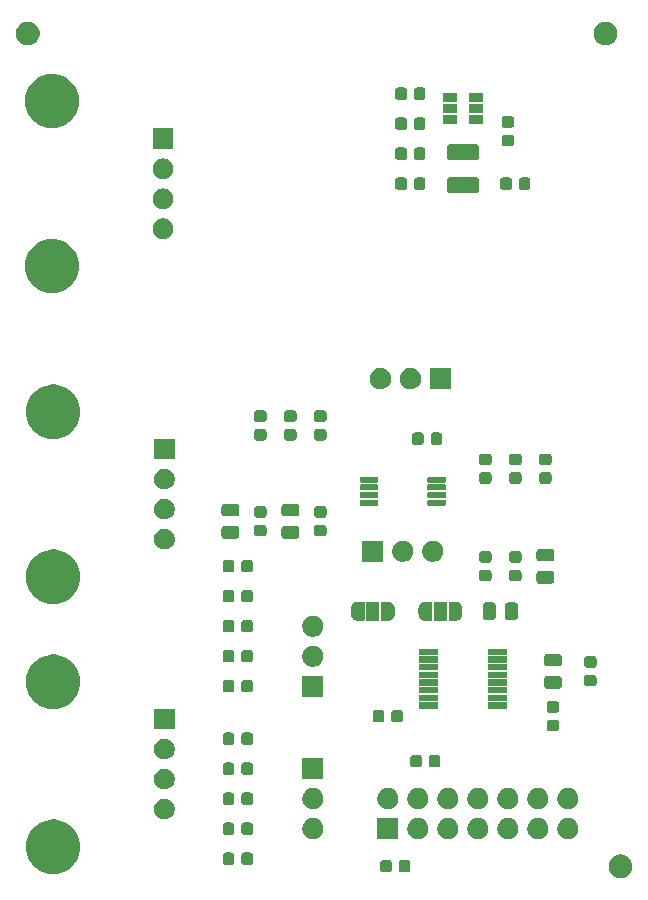
<source format=gts>
G04 #@! TF.GenerationSoftware,KiCad,Pcbnew,(5.1.6)-1*
G04 #@! TF.CreationDate,2022-11-16T12:34:37-06:00*
G04 #@! TF.ProjectId,adc2o2,61646332-6f32-42e6-9b69-6361645f7063,rev?*
G04 #@! TF.SameCoordinates,Original*
G04 #@! TF.FileFunction,Soldermask,Top*
G04 #@! TF.FilePolarity,Negative*
%FSLAX46Y46*%
G04 Gerber Fmt 4.6, Leading zero omitted, Abs format (unit mm)*
G04 Created by KiCad (PCBNEW (5.1.6)-1) date 2022-11-16 12:34:37*
%MOMM*%
%LPD*%
G01*
G04 APERTURE LIST*
%ADD10C,0.100000*%
G04 APERTURE END LIST*
D10*
G36*
X118308461Y-180629885D02*
G01*
X118401689Y-180648429D01*
X118583678Y-180723811D01*
X118747463Y-180833249D01*
X118886751Y-180972537D01*
X118996189Y-181136322D01*
X119054085Y-181276095D01*
X119071571Y-181318311D01*
X119093872Y-181430424D01*
X119110000Y-181511509D01*
X119110000Y-181708491D01*
X119071571Y-181901689D01*
X118996189Y-182083678D01*
X118886751Y-182247463D01*
X118747463Y-182386751D01*
X118583678Y-182496189D01*
X118401689Y-182571571D01*
X118208492Y-182610000D01*
X118011508Y-182610000D01*
X117818311Y-182571571D01*
X117636322Y-182496189D01*
X117472537Y-182386751D01*
X117333249Y-182247463D01*
X117223811Y-182083678D01*
X117148429Y-181901689D01*
X117110000Y-181708491D01*
X117110000Y-181511509D01*
X117126129Y-181430424D01*
X117148429Y-181318311D01*
X117165915Y-181276095D01*
X117223811Y-181136322D01*
X117333249Y-180972537D01*
X117472537Y-180833249D01*
X117636322Y-180723811D01*
X117818311Y-180648429D01*
X117911539Y-180629885D01*
X118011508Y-180610000D01*
X118208492Y-180610000D01*
X118308461Y-180629885D01*
G37*
G36*
X70402254Y-177673664D02*
G01*
X70772885Y-177747387D01*
X71191459Y-177920766D01*
X71568165Y-178172473D01*
X71888527Y-178492835D01*
X72140234Y-178869541D01*
X72313613Y-179288115D01*
X72402000Y-179732470D01*
X72402000Y-180185530D01*
X72313613Y-180629885D01*
X72140234Y-181048459D01*
X71888527Y-181425165D01*
X71568165Y-181745527D01*
X71191459Y-181997234D01*
X70772885Y-182170613D01*
X70402254Y-182244336D01*
X70328531Y-182259000D01*
X69875469Y-182259000D01*
X69801746Y-182244336D01*
X69431115Y-182170613D01*
X69012541Y-181997234D01*
X68635835Y-181745527D01*
X68315473Y-181425165D01*
X68063766Y-181048459D01*
X67890387Y-180629885D01*
X67802000Y-180185530D01*
X67802000Y-179732470D01*
X67890387Y-179288115D01*
X68063766Y-178869541D01*
X68315473Y-178492835D01*
X68635835Y-178172473D01*
X69012541Y-177920766D01*
X69431115Y-177747387D01*
X69801746Y-177673664D01*
X69875469Y-177659000D01*
X70328531Y-177659000D01*
X70402254Y-177673664D01*
G37*
G36*
X98568905Y-181089623D02*
G01*
X98613423Y-181103127D01*
X98654462Y-181125062D01*
X98690424Y-181154576D01*
X98719938Y-181190538D01*
X98741873Y-181231577D01*
X98755377Y-181276095D01*
X98760000Y-181323026D01*
X98760000Y-181896974D01*
X98755377Y-181943905D01*
X98741873Y-181988423D01*
X98719938Y-182029462D01*
X98690424Y-182065424D01*
X98654462Y-182094938D01*
X98613423Y-182116873D01*
X98568905Y-182130377D01*
X98521974Y-182135000D01*
X98023026Y-182135000D01*
X97976095Y-182130377D01*
X97931577Y-182116873D01*
X97890538Y-182094938D01*
X97854576Y-182065424D01*
X97825062Y-182029462D01*
X97803127Y-181988423D01*
X97789623Y-181943905D01*
X97785000Y-181896974D01*
X97785000Y-181323026D01*
X97789623Y-181276095D01*
X97803127Y-181231577D01*
X97825062Y-181190538D01*
X97854576Y-181154576D01*
X97890538Y-181125062D01*
X97931577Y-181103127D01*
X97976095Y-181089623D01*
X98023026Y-181085000D01*
X98521974Y-181085000D01*
X98568905Y-181089623D01*
G37*
G36*
X100143905Y-181089623D02*
G01*
X100188423Y-181103127D01*
X100229462Y-181125062D01*
X100265424Y-181154576D01*
X100294938Y-181190538D01*
X100316873Y-181231577D01*
X100330377Y-181276095D01*
X100335000Y-181323026D01*
X100335000Y-181896974D01*
X100330377Y-181943905D01*
X100316873Y-181988423D01*
X100294938Y-182029462D01*
X100265424Y-182065424D01*
X100229462Y-182094938D01*
X100188423Y-182116873D01*
X100143905Y-182130377D01*
X100096974Y-182135000D01*
X99598026Y-182135000D01*
X99551095Y-182130377D01*
X99506577Y-182116873D01*
X99465538Y-182094938D01*
X99429576Y-182065424D01*
X99400062Y-182029462D01*
X99378127Y-181988423D01*
X99364623Y-181943905D01*
X99360000Y-181896974D01*
X99360000Y-181323026D01*
X99364623Y-181276095D01*
X99378127Y-181231577D01*
X99400062Y-181190538D01*
X99429576Y-181154576D01*
X99465538Y-181125062D01*
X99506577Y-181103127D01*
X99551095Y-181089623D01*
X99598026Y-181085000D01*
X100096974Y-181085000D01*
X100143905Y-181089623D01*
G37*
G36*
X86808905Y-180454623D02*
G01*
X86853423Y-180468127D01*
X86894462Y-180490062D01*
X86930424Y-180519576D01*
X86959938Y-180555538D01*
X86981873Y-180596577D01*
X86995377Y-180641095D01*
X87000000Y-180688026D01*
X87000000Y-181261974D01*
X86995377Y-181308905D01*
X86981873Y-181353423D01*
X86959938Y-181394462D01*
X86930424Y-181430424D01*
X86894462Y-181459938D01*
X86853423Y-181481873D01*
X86808905Y-181495377D01*
X86761974Y-181500000D01*
X86263026Y-181500000D01*
X86216095Y-181495377D01*
X86171577Y-181481873D01*
X86130538Y-181459938D01*
X86094576Y-181430424D01*
X86065062Y-181394462D01*
X86043127Y-181353423D01*
X86029623Y-181308905D01*
X86025000Y-181261974D01*
X86025000Y-180688026D01*
X86029623Y-180641095D01*
X86043127Y-180596577D01*
X86065062Y-180555538D01*
X86094576Y-180519576D01*
X86130538Y-180490062D01*
X86171577Y-180468127D01*
X86216095Y-180454623D01*
X86263026Y-180450000D01*
X86761974Y-180450000D01*
X86808905Y-180454623D01*
G37*
G36*
X85233905Y-180454623D02*
G01*
X85278423Y-180468127D01*
X85319462Y-180490062D01*
X85355424Y-180519576D01*
X85384938Y-180555538D01*
X85406873Y-180596577D01*
X85420377Y-180641095D01*
X85425000Y-180688026D01*
X85425000Y-181261974D01*
X85420377Y-181308905D01*
X85406873Y-181353423D01*
X85384938Y-181394462D01*
X85355424Y-181430424D01*
X85319462Y-181459938D01*
X85278423Y-181481873D01*
X85233905Y-181495377D01*
X85186974Y-181500000D01*
X84688026Y-181500000D01*
X84641095Y-181495377D01*
X84596577Y-181481873D01*
X84555538Y-181459938D01*
X84519576Y-181430424D01*
X84490062Y-181394462D01*
X84468127Y-181353423D01*
X84454623Y-181308905D01*
X84450000Y-181261974D01*
X84450000Y-180688026D01*
X84454623Y-180641095D01*
X84468127Y-180596577D01*
X84490062Y-180555538D01*
X84519576Y-180519576D01*
X84555538Y-180490062D01*
X84596577Y-180468127D01*
X84641095Y-180454623D01*
X84688026Y-180450000D01*
X85186974Y-180450000D01*
X85233905Y-180454623D01*
G37*
G36*
X103622491Y-177540738D02*
G01*
X103767520Y-177569586D01*
X103931310Y-177637430D01*
X104078717Y-177735924D01*
X104204076Y-177861283D01*
X104302570Y-178008690D01*
X104370414Y-178172480D01*
X104405000Y-178346358D01*
X104405000Y-178523642D01*
X104370414Y-178697520D01*
X104302570Y-178861310D01*
X104204076Y-179008717D01*
X104078717Y-179134076D01*
X103931310Y-179232570D01*
X103767520Y-179300414D01*
X103622491Y-179329262D01*
X103593643Y-179335000D01*
X103416357Y-179335000D01*
X103387509Y-179329262D01*
X103242480Y-179300414D01*
X103078690Y-179232570D01*
X102931283Y-179134076D01*
X102805924Y-179008717D01*
X102707430Y-178861310D01*
X102639586Y-178697520D01*
X102605000Y-178523642D01*
X102605000Y-178346358D01*
X102639586Y-178172480D01*
X102707430Y-178008690D01*
X102805924Y-177861283D01*
X102931283Y-177735924D01*
X103078690Y-177637430D01*
X103242480Y-177569586D01*
X103387509Y-177540738D01*
X103416357Y-177535000D01*
X103593643Y-177535000D01*
X103622491Y-177540738D01*
G37*
G36*
X101082491Y-177540738D02*
G01*
X101227520Y-177569586D01*
X101391310Y-177637430D01*
X101538717Y-177735924D01*
X101664076Y-177861283D01*
X101762570Y-178008690D01*
X101830414Y-178172480D01*
X101865000Y-178346358D01*
X101865000Y-178523642D01*
X101830414Y-178697520D01*
X101762570Y-178861310D01*
X101664076Y-179008717D01*
X101538717Y-179134076D01*
X101391310Y-179232570D01*
X101227520Y-179300414D01*
X101082491Y-179329262D01*
X101053643Y-179335000D01*
X100876357Y-179335000D01*
X100847509Y-179329262D01*
X100702480Y-179300414D01*
X100538690Y-179232570D01*
X100391283Y-179134076D01*
X100265924Y-179008717D01*
X100167430Y-178861310D01*
X100099586Y-178697520D01*
X100065000Y-178523642D01*
X100065000Y-178346358D01*
X100099586Y-178172480D01*
X100167430Y-178008690D01*
X100265924Y-177861283D01*
X100391283Y-177735924D01*
X100538690Y-177637430D01*
X100702480Y-177569586D01*
X100847509Y-177540738D01*
X100876357Y-177535000D01*
X101053643Y-177535000D01*
X101082491Y-177540738D01*
G37*
G36*
X111242491Y-177540738D02*
G01*
X111387520Y-177569586D01*
X111551310Y-177637430D01*
X111698717Y-177735924D01*
X111824076Y-177861283D01*
X111922570Y-178008690D01*
X111990414Y-178172480D01*
X112025000Y-178346358D01*
X112025000Y-178523642D01*
X111990414Y-178697520D01*
X111922570Y-178861310D01*
X111824076Y-179008717D01*
X111698717Y-179134076D01*
X111551310Y-179232570D01*
X111387520Y-179300414D01*
X111242491Y-179329262D01*
X111213643Y-179335000D01*
X111036357Y-179335000D01*
X111007509Y-179329262D01*
X110862480Y-179300414D01*
X110698690Y-179232570D01*
X110551283Y-179134076D01*
X110425924Y-179008717D01*
X110327430Y-178861310D01*
X110259586Y-178697520D01*
X110225000Y-178523642D01*
X110225000Y-178346358D01*
X110259586Y-178172480D01*
X110327430Y-178008690D01*
X110425924Y-177861283D01*
X110551283Y-177735924D01*
X110698690Y-177637430D01*
X110862480Y-177569586D01*
X111007509Y-177540738D01*
X111036357Y-177535000D01*
X111213643Y-177535000D01*
X111242491Y-177540738D01*
G37*
G36*
X113782491Y-177540738D02*
G01*
X113927520Y-177569586D01*
X114091310Y-177637430D01*
X114238717Y-177735924D01*
X114364076Y-177861283D01*
X114462570Y-178008690D01*
X114530414Y-178172480D01*
X114565000Y-178346358D01*
X114565000Y-178523642D01*
X114530414Y-178697520D01*
X114462570Y-178861310D01*
X114364076Y-179008717D01*
X114238717Y-179134076D01*
X114091310Y-179232570D01*
X113927520Y-179300414D01*
X113782491Y-179329262D01*
X113753643Y-179335000D01*
X113576357Y-179335000D01*
X113547509Y-179329262D01*
X113402480Y-179300414D01*
X113238690Y-179232570D01*
X113091283Y-179134076D01*
X112965924Y-179008717D01*
X112867430Y-178861310D01*
X112799586Y-178697520D01*
X112765000Y-178523642D01*
X112765000Y-178346358D01*
X112799586Y-178172480D01*
X112867430Y-178008690D01*
X112965924Y-177861283D01*
X113091283Y-177735924D01*
X113238690Y-177637430D01*
X113402480Y-177569586D01*
X113547509Y-177540738D01*
X113576357Y-177535000D01*
X113753643Y-177535000D01*
X113782491Y-177540738D01*
G37*
G36*
X108702491Y-177540738D02*
G01*
X108847520Y-177569586D01*
X109011310Y-177637430D01*
X109158717Y-177735924D01*
X109284076Y-177861283D01*
X109382570Y-178008690D01*
X109450414Y-178172480D01*
X109485000Y-178346358D01*
X109485000Y-178523642D01*
X109450414Y-178697520D01*
X109382570Y-178861310D01*
X109284076Y-179008717D01*
X109158717Y-179134076D01*
X109011310Y-179232570D01*
X108847520Y-179300414D01*
X108702491Y-179329262D01*
X108673643Y-179335000D01*
X108496357Y-179335000D01*
X108467509Y-179329262D01*
X108322480Y-179300414D01*
X108158690Y-179232570D01*
X108011283Y-179134076D01*
X107885924Y-179008717D01*
X107787430Y-178861310D01*
X107719586Y-178697520D01*
X107685000Y-178523642D01*
X107685000Y-178346358D01*
X107719586Y-178172480D01*
X107787430Y-178008690D01*
X107885924Y-177861283D01*
X108011283Y-177735924D01*
X108158690Y-177637430D01*
X108322480Y-177569586D01*
X108467509Y-177540738D01*
X108496357Y-177535000D01*
X108673643Y-177535000D01*
X108702491Y-177540738D01*
G37*
G36*
X99325000Y-179335000D02*
G01*
X97525000Y-179335000D01*
X97525000Y-177535000D01*
X99325000Y-177535000D01*
X99325000Y-179335000D01*
G37*
G36*
X92192491Y-177540738D02*
G01*
X92337520Y-177569586D01*
X92501310Y-177637430D01*
X92648717Y-177735924D01*
X92774076Y-177861283D01*
X92872570Y-178008690D01*
X92940414Y-178172480D01*
X92975000Y-178346358D01*
X92975000Y-178523642D01*
X92940414Y-178697520D01*
X92872570Y-178861310D01*
X92774076Y-179008717D01*
X92648717Y-179134076D01*
X92501310Y-179232570D01*
X92337520Y-179300414D01*
X92192491Y-179329262D01*
X92163643Y-179335000D01*
X91986357Y-179335000D01*
X91957509Y-179329262D01*
X91812480Y-179300414D01*
X91648690Y-179232570D01*
X91501283Y-179134076D01*
X91375924Y-179008717D01*
X91277430Y-178861310D01*
X91209586Y-178697520D01*
X91175000Y-178523642D01*
X91175000Y-178346358D01*
X91209586Y-178172480D01*
X91277430Y-178008690D01*
X91375924Y-177861283D01*
X91501283Y-177735924D01*
X91648690Y-177637430D01*
X91812480Y-177569586D01*
X91957509Y-177540738D01*
X91986357Y-177535000D01*
X92163643Y-177535000D01*
X92192491Y-177540738D01*
G37*
G36*
X106162491Y-177540738D02*
G01*
X106307520Y-177569586D01*
X106471310Y-177637430D01*
X106618717Y-177735924D01*
X106744076Y-177861283D01*
X106842570Y-178008690D01*
X106910414Y-178172480D01*
X106945000Y-178346358D01*
X106945000Y-178523642D01*
X106910414Y-178697520D01*
X106842570Y-178861310D01*
X106744076Y-179008717D01*
X106618717Y-179134076D01*
X106471310Y-179232570D01*
X106307520Y-179300414D01*
X106162491Y-179329262D01*
X106133643Y-179335000D01*
X105956357Y-179335000D01*
X105927509Y-179329262D01*
X105782480Y-179300414D01*
X105618690Y-179232570D01*
X105471283Y-179134076D01*
X105345924Y-179008717D01*
X105247430Y-178861310D01*
X105179586Y-178697520D01*
X105145000Y-178523642D01*
X105145000Y-178346358D01*
X105179586Y-178172480D01*
X105247430Y-178008690D01*
X105345924Y-177861283D01*
X105471283Y-177735924D01*
X105618690Y-177637430D01*
X105782480Y-177569586D01*
X105927509Y-177540738D01*
X105956357Y-177535000D01*
X106133643Y-177535000D01*
X106162491Y-177540738D01*
G37*
G36*
X85233905Y-177914623D02*
G01*
X85278423Y-177928127D01*
X85319462Y-177950062D01*
X85355424Y-177979576D01*
X85384938Y-178015538D01*
X85406873Y-178056577D01*
X85420377Y-178101095D01*
X85425000Y-178148026D01*
X85425000Y-178721974D01*
X85420377Y-178768905D01*
X85406873Y-178813423D01*
X85384938Y-178854462D01*
X85355424Y-178890424D01*
X85319462Y-178919938D01*
X85278423Y-178941873D01*
X85233905Y-178955377D01*
X85186974Y-178960000D01*
X84688026Y-178960000D01*
X84641095Y-178955377D01*
X84596577Y-178941873D01*
X84555538Y-178919938D01*
X84519576Y-178890424D01*
X84490062Y-178854462D01*
X84468127Y-178813423D01*
X84454623Y-178768905D01*
X84450000Y-178721974D01*
X84450000Y-178148026D01*
X84454623Y-178101095D01*
X84468127Y-178056577D01*
X84490062Y-178015538D01*
X84519576Y-177979576D01*
X84555538Y-177950062D01*
X84596577Y-177928127D01*
X84641095Y-177914623D01*
X84688026Y-177910000D01*
X85186974Y-177910000D01*
X85233905Y-177914623D01*
G37*
G36*
X86808905Y-177914623D02*
G01*
X86853423Y-177928127D01*
X86894462Y-177950062D01*
X86930424Y-177979576D01*
X86959938Y-178015538D01*
X86981873Y-178056577D01*
X86995377Y-178101095D01*
X87000000Y-178148026D01*
X87000000Y-178721974D01*
X86995377Y-178768905D01*
X86981873Y-178813423D01*
X86959938Y-178854462D01*
X86930424Y-178890424D01*
X86894462Y-178919938D01*
X86853423Y-178941873D01*
X86808905Y-178955377D01*
X86761974Y-178960000D01*
X86263026Y-178960000D01*
X86216095Y-178955377D01*
X86171577Y-178941873D01*
X86130538Y-178919938D01*
X86094576Y-178890424D01*
X86065062Y-178854462D01*
X86043127Y-178813423D01*
X86029623Y-178768905D01*
X86025000Y-178721974D01*
X86025000Y-178148026D01*
X86029623Y-178101095D01*
X86043127Y-178056577D01*
X86065062Y-178015538D01*
X86094576Y-177979576D01*
X86130538Y-177950062D01*
X86171577Y-177928127D01*
X86216095Y-177914623D01*
X86263026Y-177910000D01*
X86761974Y-177910000D01*
X86808905Y-177914623D01*
G37*
G36*
X79757228Y-175942626D02*
G01*
X79916468Y-176008585D01*
X80059780Y-176104343D01*
X80181657Y-176226220D01*
X80277415Y-176369532D01*
X80343374Y-176528772D01*
X80377000Y-176697820D01*
X80377000Y-176870180D01*
X80343374Y-177039228D01*
X80277415Y-177198468D01*
X80181657Y-177341780D01*
X80059780Y-177463657D01*
X79916468Y-177559415D01*
X79891910Y-177569587D01*
X79757228Y-177625374D01*
X79588181Y-177659000D01*
X79415819Y-177659000D01*
X79246772Y-177625374D01*
X79112090Y-177569587D01*
X79087532Y-177559415D01*
X78944220Y-177463657D01*
X78822343Y-177341780D01*
X78726585Y-177198468D01*
X78660626Y-177039228D01*
X78627000Y-176870180D01*
X78627000Y-176697820D01*
X78660626Y-176528772D01*
X78726585Y-176369532D01*
X78822343Y-176226220D01*
X78944220Y-176104343D01*
X79087532Y-176008585D01*
X79246772Y-175942626D01*
X79415819Y-175909000D01*
X79588181Y-175909000D01*
X79757228Y-175942626D01*
G37*
G36*
X103622491Y-175000738D02*
G01*
X103767520Y-175029586D01*
X103931310Y-175097430D01*
X104078717Y-175195924D01*
X104204076Y-175321283D01*
X104302570Y-175468690D01*
X104370414Y-175632480D01*
X104405000Y-175806358D01*
X104405000Y-175983642D01*
X104370414Y-176157520D01*
X104302570Y-176321310D01*
X104204076Y-176468717D01*
X104078717Y-176594076D01*
X103931310Y-176692570D01*
X103767520Y-176760414D01*
X103622491Y-176789262D01*
X103593643Y-176795000D01*
X103416357Y-176795000D01*
X103387509Y-176789262D01*
X103242480Y-176760414D01*
X103078690Y-176692570D01*
X102931283Y-176594076D01*
X102805924Y-176468717D01*
X102707430Y-176321310D01*
X102639586Y-176157520D01*
X102605000Y-175983642D01*
X102605000Y-175806358D01*
X102639586Y-175632480D01*
X102707430Y-175468690D01*
X102805924Y-175321283D01*
X102931283Y-175195924D01*
X103078690Y-175097430D01*
X103242480Y-175029586D01*
X103387509Y-175000738D01*
X103416357Y-174995000D01*
X103593643Y-174995000D01*
X103622491Y-175000738D01*
G37*
G36*
X101082491Y-175000738D02*
G01*
X101227520Y-175029586D01*
X101391310Y-175097430D01*
X101538717Y-175195924D01*
X101664076Y-175321283D01*
X101762570Y-175468690D01*
X101830414Y-175632480D01*
X101865000Y-175806358D01*
X101865000Y-175983642D01*
X101830414Y-176157520D01*
X101762570Y-176321310D01*
X101664076Y-176468717D01*
X101538717Y-176594076D01*
X101391310Y-176692570D01*
X101227520Y-176760414D01*
X101082491Y-176789262D01*
X101053643Y-176795000D01*
X100876357Y-176795000D01*
X100847509Y-176789262D01*
X100702480Y-176760414D01*
X100538690Y-176692570D01*
X100391283Y-176594076D01*
X100265924Y-176468717D01*
X100167430Y-176321310D01*
X100099586Y-176157520D01*
X100065000Y-175983642D01*
X100065000Y-175806358D01*
X100099586Y-175632480D01*
X100167430Y-175468690D01*
X100265924Y-175321283D01*
X100391283Y-175195924D01*
X100538690Y-175097430D01*
X100702480Y-175029586D01*
X100847509Y-175000738D01*
X100876357Y-174995000D01*
X101053643Y-174995000D01*
X101082491Y-175000738D01*
G37*
G36*
X106162491Y-175000738D02*
G01*
X106307520Y-175029586D01*
X106471310Y-175097430D01*
X106618717Y-175195924D01*
X106744076Y-175321283D01*
X106842570Y-175468690D01*
X106910414Y-175632480D01*
X106945000Y-175806358D01*
X106945000Y-175983642D01*
X106910414Y-176157520D01*
X106842570Y-176321310D01*
X106744076Y-176468717D01*
X106618717Y-176594076D01*
X106471310Y-176692570D01*
X106307520Y-176760414D01*
X106162491Y-176789262D01*
X106133643Y-176795000D01*
X105956357Y-176795000D01*
X105927509Y-176789262D01*
X105782480Y-176760414D01*
X105618690Y-176692570D01*
X105471283Y-176594076D01*
X105345924Y-176468717D01*
X105247430Y-176321310D01*
X105179586Y-176157520D01*
X105145000Y-175983642D01*
X105145000Y-175806358D01*
X105179586Y-175632480D01*
X105247430Y-175468690D01*
X105345924Y-175321283D01*
X105471283Y-175195924D01*
X105618690Y-175097430D01*
X105782480Y-175029586D01*
X105927509Y-175000738D01*
X105956357Y-174995000D01*
X106133643Y-174995000D01*
X106162491Y-175000738D01*
G37*
G36*
X108702491Y-175000738D02*
G01*
X108847520Y-175029586D01*
X109011310Y-175097430D01*
X109158717Y-175195924D01*
X109284076Y-175321283D01*
X109382570Y-175468690D01*
X109450414Y-175632480D01*
X109485000Y-175806358D01*
X109485000Y-175983642D01*
X109450414Y-176157520D01*
X109382570Y-176321310D01*
X109284076Y-176468717D01*
X109158717Y-176594076D01*
X109011310Y-176692570D01*
X108847520Y-176760414D01*
X108702491Y-176789262D01*
X108673643Y-176795000D01*
X108496357Y-176795000D01*
X108467509Y-176789262D01*
X108322480Y-176760414D01*
X108158690Y-176692570D01*
X108011283Y-176594076D01*
X107885924Y-176468717D01*
X107787430Y-176321310D01*
X107719586Y-176157520D01*
X107685000Y-175983642D01*
X107685000Y-175806358D01*
X107719586Y-175632480D01*
X107787430Y-175468690D01*
X107885924Y-175321283D01*
X108011283Y-175195924D01*
X108158690Y-175097430D01*
X108322480Y-175029586D01*
X108467509Y-175000738D01*
X108496357Y-174995000D01*
X108673643Y-174995000D01*
X108702491Y-175000738D01*
G37*
G36*
X113782491Y-175000738D02*
G01*
X113927520Y-175029586D01*
X114091310Y-175097430D01*
X114238717Y-175195924D01*
X114364076Y-175321283D01*
X114462570Y-175468690D01*
X114530414Y-175632480D01*
X114565000Y-175806358D01*
X114565000Y-175983642D01*
X114530414Y-176157520D01*
X114462570Y-176321310D01*
X114364076Y-176468717D01*
X114238717Y-176594076D01*
X114091310Y-176692570D01*
X113927520Y-176760414D01*
X113782491Y-176789262D01*
X113753643Y-176795000D01*
X113576357Y-176795000D01*
X113547509Y-176789262D01*
X113402480Y-176760414D01*
X113238690Y-176692570D01*
X113091283Y-176594076D01*
X112965924Y-176468717D01*
X112867430Y-176321310D01*
X112799586Y-176157520D01*
X112765000Y-175983642D01*
X112765000Y-175806358D01*
X112799586Y-175632480D01*
X112867430Y-175468690D01*
X112965924Y-175321283D01*
X113091283Y-175195924D01*
X113238690Y-175097430D01*
X113402480Y-175029586D01*
X113547509Y-175000738D01*
X113576357Y-174995000D01*
X113753643Y-174995000D01*
X113782491Y-175000738D01*
G37*
G36*
X92192491Y-175000738D02*
G01*
X92337520Y-175029586D01*
X92501310Y-175097430D01*
X92648717Y-175195924D01*
X92774076Y-175321283D01*
X92872570Y-175468690D01*
X92940414Y-175632480D01*
X92975000Y-175806358D01*
X92975000Y-175983642D01*
X92940414Y-176157520D01*
X92872570Y-176321310D01*
X92774076Y-176468717D01*
X92648717Y-176594076D01*
X92501310Y-176692570D01*
X92337520Y-176760414D01*
X92192491Y-176789262D01*
X92163643Y-176795000D01*
X91986357Y-176795000D01*
X91957509Y-176789262D01*
X91812480Y-176760414D01*
X91648690Y-176692570D01*
X91501283Y-176594076D01*
X91375924Y-176468717D01*
X91277430Y-176321310D01*
X91209586Y-176157520D01*
X91175000Y-175983642D01*
X91175000Y-175806358D01*
X91209586Y-175632480D01*
X91277430Y-175468690D01*
X91375924Y-175321283D01*
X91501283Y-175195924D01*
X91648690Y-175097430D01*
X91812480Y-175029586D01*
X91957509Y-175000738D01*
X91986357Y-174995000D01*
X92163643Y-174995000D01*
X92192491Y-175000738D01*
G37*
G36*
X98542491Y-175000738D02*
G01*
X98687520Y-175029586D01*
X98851310Y-175097430D01*
X98998717Y-175195924D01*
X99124076Y-175321283D01*
X99222570Y-175468690D01*
X99290414Y-175632480D01*
X99325000Y-175806358D01*
X99325000Y-175983642D01*
X99290414Y-176157520D01*
X99222570Y-176321310D01*
X99124076Y-176468717D01*
X98998717Y-176594076D01*
X98851310Y-176692570D01*
X98687520Y-176760414D01*
X98542491Y-176789262D01*
X98513643Y-176795000D01*
X98336357Y-176795000D01*
X98307509Y-176789262D01*
X98162480Y-176760414D01*
X97998690Y-176692570D01*
X97851283Y-176594076D01*
X97725924Y-176468717D01*
X97627430Y-176321310D01*
X97559586Y-176157520D01*
X97525000Y-175983642D01*
X97525000Y-175806358D01*
X97559586Y-175632480D01*
X97627430Y-175468690D01*
X97725924Y-175321283D01*
X97851283Y-175195924D01*
X97998690Y-175097430D01*
X98162480Y-175029586D01*
X98307509Y-175000738D01*
X98336357Y-174995000D01*
X98513643Y-174995000D01*
X98542491Y-175000738D01*
G37*
G36*
X111242491Y-175000738D02*
G01*
X111387520Y-175029586D01*
X111551310Y-175097430D01*
X111698717Y-175195924D01*
X111824076Y-175321283D01*
X111922570Y-175468690D01*
X111990414Y-175632480D01*
X112025000Y-175806358D01*
X112025000Y-175983642D01*
X111990414Y-176157520D01*
X111922570Y-176321310D01*
X111824076Y-176468717D01*
X111698717Y-176594076D01*
X111551310Y-176692570D01*
X111387520Y-176760414D01*
X111242491Y-176789262D01*
X111213643Y-176795000D01*
X111036357Y-176795000D01*
X111007509Y-176789262D01*
X110862480Y-176760414D01*
X110698690Y-176692570D01*
X110551283Y-176594076D01*
X110425924Y-176468717D01*
X110327430Y-176321310D01*
X110259586Y-176157520D01*
X110225000Y-175983642D01*
X110225000Y-175806358D01*
X110259586Y-175632480D01*
X110327430Y-175468690D01*
X110425924Y-175321283D01*
X110551283Y-175195924D01*
X110698690Y-175097430D01*
X110862480Y-175029586D01*
X111007509Y-175000738D01*
X111036357Y-174995000D01*
X111213643Y-174995000D01*
X111242491Y-175000738D01*
G37*
G36*
X85233905Y-175374623D02*
G01*
X85278423Y-175388127D01*
X85319462Y-175410062D01*
X85355424Y-175439576D01*
X85384938Y-175475538D01*
X85406873Y-175516577D01*
X85420377Y-175561095D01*
X85425000Y-175608026D01*
X85425000Y-176181974D01*
X85420377Y-176228905D01*
X85406873Y-176273423D01*
X85384938Y-176314462D01*
X85355424Y-176350424D01*
X85319462Y-176379938D01*
X85278423Y-176401873D01*
X85233905Y-176415377D01*
X85186974Y-176420000D01*
X84688026Y-176420000D01*
X84641095Y-176415377D01*
X84596577Y-176401873D01*
X84555538Y-176379938D01*
X84519576Y-176350424D01*
X84490062Y-176314462D01*
X84468127Y-176273423D01*
X84454623Y-176228905D01*
X84450000Y-176181974D01*
X84450000Y-175608026D01*
X84454623Y-175561095D01*
X84468127Y-175516577D01*
X84490062Y-175475538D01*
X84519576Y-175439576D01*
X84555538Y-175410062D01*
X84596577Y-175388127D01*
X84641095Y-175374623D01*
X84688026Y-175370000D01*
X85186974Y-175370000D01*
X85233905Y-175374623D01*
G37*
G36*
X86808905Y-175374623D02*
G01*
X86853423Y-175388127D01*
X86894462Y-175410062D01*
X86930424Y-175439576D01*
X86959938Y-175475538D01*
X86981873Y-175516577D01*
X86995377Y-175561095D01*
X87000000Y-175608026D01*
X87000000Y-176181974D01*
X86995377Y-176228905D01*
X86981873Y-176273423D01*
X86959938Y-176314462D01*
X86930424Y-176350424D01*
X86894462Y-176379938D01*
X86853423Y-176401873D01*
X86808905Y-176415377D01*
X86761974Y-176420000D01*
X86263026Y-176420000D01*
X86216095Y-176415377D01*
X86171577Y-176401873D01*
X86130538Y-176379938D01*
X86094576Y-176350424D01*
X86065062Y-176314462D01*
X86043127Y-176273423D01*
X86029623Y-176228905D01*
X86025000Y-176181974D01*
X86025000Y-175608026D01*
X86029623Y-175561095D01*
X86043127Y-175516577D01*
X86065062Y-175475538D01*
X86094576Y-175439576D01*
X86130538Y-175410062D01*
X86171577Y-175388127D01*
X86216095Y-175374623D01*
X86263026Y-175370000D01*
X86761974Y-175370000D01*
X86808905Y-175374623D01*
G37*
G36*
X79757228Y-173402626D02*
G01*
X79916468Y-173468585D01*
X80059780Y-173564343D01*
X80181657Y-173686220D01*
X80277415Y-173829532D01*
X80343374Y-173988772D01*
X80377000Y-174157820D01*
X80377000Y-174330180D01*
X80343374Y-174499228D01*
X80277415Y-174658468D01*
X80181657Y-174801780D01*
X80059780Y-174923657D01*
X79916468Y-175019415D01*
X79891910Y-175029587D01*
X79757228Y-175085374D01*
X79588181Y-175119000D01*
X79415819Y-175119000D01*
X79246772Y-175085374D01*
X79112090Y-175029587D01*
X79087532Y-175019415D01*
X78944220Y-174923657D01*
X78822343Y-174801780D01*
X78726585Y-174658468D01*
X78660626Y-174499228D01*
X78627000Y-174330180D01*
X78627000Y-174157820D01*
X78660626Y-173988772D01*
X78726585Y-173829532D01*
X78822343Y-173686220D01*
X78944220Y-173564343D01*
X79087532Y-173468585D01*
X79246772Y-173402626D01*
X79415819Y-173369000D01*
X79588181Y-173369000D01*
X79757228Y-173402626D01*
G37*
G36*
X92975000Y-174255000D02*
G01*
X91175000Y-174255000D01*
X91175000Y-172455000D01*
X92975000Y-172455000D01*
X92975000Y-174255000D01*
G37*
G36*
X85233905Y-172834623D02*
G01*
X85278423Y-172848127D01*
X85319462Y-172870062D01*
X85355424Y-172899576D01*
X85384938Y-172935538D01*
X85406873Y-172976577D01*
X85420377Y-173021095D01*
X85425000Y-173068026D01*
X85425000Y-173641974D01*
X85420377Y-173688905D01*
X85406873Y-173733423D01*
X85384938Y-173774462D01*
X85355424Y-173810424D01*
X85319462Y-173839938D01*
X85278423Y-173861873D01*
X85233905Y-173875377D01*
X85186974Y-173880000D01*
X84688026Y-173880000D01*
X84641095Y-173875377D01*
X84596577Y-173861873D01*
X84555538Y-173839938D01*
X84519576Y-173810424D01*
X84490062Y-173774462D01*
X84468127Y-173733423D01*
X84454623Y-173688905D01*
X84450000Y-173641974D01*
X84450000Y-173068026D01*
X84454623Y-173021095D01*
X84468127Y-172976577D01*
X84490062Y-172935538D01*
X84519576Y-172899576D01*
X84555538Y-172870062D01*
X84596577Y-172848127D01*
X84641095Y-172834623D01*
X84688026Y-172830000D01*
X85186974Y-172830000D01*
X85233905Y-172834623D01*
G37*
G36*
X86808905Y-172834623D02*
G01*
X86853423Y-172848127D01*
X86894462Y-172870062D01*
X86930424Y-172899576D01*
X86959938Y-172935538D01*
X86981873Y-172976577D01*
X86995377Y-173021095D01*
X87000000Y-173068026D01*
X87000000Y-173641974D01*
X86995377Y-173688905D01*
X86981873Y-173733423D01*
X86959938Y-173774462D01*
X86930424Y-173810424D01*
X86894462Y-173839938D01*
X86853423Y-173861873D01*
X86808905Y-173875377D01*
X86761974Y-173880000D01*
X86263026Y-173880000D01*
X86216095Y-173875377D01*
X86171577Y-173861873D01*
X86130538Y-173839938D01*
X86094576Y-173810424D01*
X86065062Y-173774462D01*
X86043127Y-173733423D01*
X86029623Y-173688905D01*
X86025000Y-173641974D01*
X86025000Y-173068026D01*
X86029623Y-173021095D01*
X86043127Y-172976577D01*
X86065062Y-172935538D01*
X86094576Y-172899576D01*
X86130538Y-172870062D01*
X86171577Y-172848127D01*
X86216095Y-172834623D01*
X86263026Y-172830000D01*
X86761974Y-172830000D01*
X86808905Y-172834623D01*
G37*
G36*
X101108905Y-172199623D02*
G01*
X101153423Y-172213127D01*
X101194462Y-172235062D01*
X101230424Y-172264576D01*
X101259938Y-172300538D01*
X101281873Y-172341577D01*
X101295377Y-172386095D01*
X101300000Y-172433026D01*
X101300000Y-173006974D01*
X101295377Y-173053905D01*
X101281873Y-173098423D01*
X101259938Y-173139462D01*
X101230424Y-173175424D01*
X101194462Y-173204938D01*
X101153423Y-173226873D01*
X101108905Y-173240377D01*
X101061974Y-173245000D01*
X100563026Y-173245000D01*
X100516095Y-173240377D01*
X100471577Y-173226873D01*
X100430538Y-173204938D01*
X100394576Y-173175424D01*
X100365062Y-173139462D01*
X100343127Y-173098423D01*
X100329623Y-173053905D01*
X100325000Y-173006974D01*
X100325000Y-172433026D01*
X100329623Y-172386095D01*
X100343127Y-172341577D01*
X100365062Y-172300538D01*
X100394576Y-172264576D01*
X100430538Y-172235062D01*
X100471577Y-172213127D01*
X100516095Y-172199623D01*
X100563026Y-172195000D01*
X101061974Y-172195000D01*
X101108905Y-172199623D01*
G37*
G36*
X102683905Y-172199623D02*
G01*
X102728423Y-172213127D01*
X102769462Y-172235062D01*
X102805424Y-172264576D01*
X102834938Y-172300538D01*
X102856873Y-172341577D01*
X102870377Y-172386095D01*
X102875000Y-172433026D01*
X102875000Y-173006974D01*
X102870377Y-173053905D01*
X102856873Y-173098423D01*
X102834938Y-173139462D01*
X102805424Y-173175424D01*
X102769462Y-173204938D01*
X102728423Y-173226873D01*
X102683905Y-173240377D01*
X102636974Y-173245000D01*
X102138026Y-173245000D01*
X102091095Y-173240377D01*
X102046577Y-173226873D01*
X102005538Y-173204938D01*
X101969576Y-173175424D01*
X101940062Y-173139462D01*
X101918127Y-173098423D01*
X101904623Y-173053905D01*
X101900000Y-173006974D01*
X101900000Y-172433026D01*
X101904623Y-172386095D01*
X101918127Y-172341577D01*
X101940062Y-172300538D01*
X101969576Y-172264576D01*
X102005538Y-172235062D01*
X102046577Y-172213127D01*
X102091095Y-172199623D01*
X102138026Y-172195000D01*
X102636974Y-172195000D01*
X102683905Y-172199623D01*
G37*
G36*
X79757228Y-170862626D02*
G01*
X79916468Y-170928585D01*
X80059780Y-171024343D01*
X80181657Y-171146220D01*
X80277415Y-171289532D01*
X80343374Y-171448772D01*
X80377000Y-171617820D01*
X80377000Y-171790180D01*
X80343374Y-171959228D01*
X80277415Y-172118468D01*
X80181657Y-172261780D01*
X80059780Y-172383657D01*
X79916468Y-172479415D01*
X79757228Y-172545374D01*
X79588181Y-172579000D01*
X79415819Y-172579000D01*
X79246772Y-172545374D01*
X79087532Y-172479415D01*
X78944220Y-172383657D01*
X78822343Y-172261780D01*
X78726585Y-172118468D01*
X78660626Y-171959228D01*
X78627000Y-171790180D01*
X78627000Y-171617820D01*
X78660626Y-171448772D01*
X78726585Y-171289532D01*
X78822343Y-171146220D01*
X78944220Y-171024343D01*
X79087532Y-170928585D01*
X79246772Y-170862626D01*
X79415819Y-170829000D01*
X79588181Y-170829000D01*
X79757228Y-170862626D01*
G37*
G36*
X86808905Y-170294623D02*
G01*
X86853423Y-170308127D01*
X86894462Y-170330062D01*
X86930424Y-170359576D01*
X86959938Y-170395538D01*
X86981873Y-170436577D01*
X86995377Y-170481095D01*
X87000000Y-170528026D01*
X87000000Y-171101974D01*
X86995377Y-171148905D01*
X86981873Y-171193423D01*
X86959938Y-171234462D01*
X86930424Y-171270424D01*
X86894462Y-171299938D01*
X86853423Y-171321873D01*
X86808905Y-171335377D01*
X86761974Y-171340000D01*
X86263026Y-171340000D01*
X86216095Y-171335377D01*
X86171577Y-171321873D01*
X86130538Y-171299938D01*
X86094576Y-171270424D01*
X86065062Y-171234462D01*
X86043127Y-171193423D01*
X86029623Y-171148905D01*
X86025000Y-171101974D01*
X86025000Y-170528026D01*
X86029623Y-170481095D01*
X86043127Y-170436577D01*
X86065062Y-170395538D01*
X86094576Y-170359576D01*
X86130538Y-170330062D01*
X86171577Y-170308127D01*
X86216095Y-170294623D01*
X86263026Y-170290000D01*
X86761974Y-170290000D01*
X86808905Y-170294623D01*
G37*
G36*
X85233905Y-170294623D02*
G01*
X85278423Y-170308127D01*
X85319462Y-170330062D01*
X85355424Y-170359576D01*
X85384938Y-170395538D01*
X85406873Y-170436577D01*
X85420377Y-170481095D01*
X85425000Y-170528026D01*
X85425000Y-171101974D01*
X85420377Y-171148905D01*
X85406873Y-171193423D01*
X85384938Y-171234462D01*
X85355424Y-171270424D01*
X85319462Y-171299938D01*
X85278423Y-171321873D01*
X85233905Y-171335377D01*
X85186974Y-171340000D01*
X84688026Y-171340000D01*
X84641095Y-171335377D01*
X84596577Y-171321873D01*
X84555538Y-171299938D01*
X84519576Y-171270424D01*
X84490062Y-171234462D01*
X84468127Y-171193423D01*
X84454623Y-171148905D01*
X84450000Y-171101974D01*
X84450000Y-170528026D01*
X84454623Y-170481095D01*
X84468127Y-170436577D01*
X84490062Y-170395538D01*
X84519576Y-170359576D01*
X84555538Y-170330062D01*
X84596577Y-170308127D01*
X84641095Y-170294623D01*
X84688026Y-170290000D01*
X85186974Y-170290000D01*
X85233905Y-170294623D01*
G37*
G36*
X112728905Y-169214623D02*
G01*
X112773423Y-169228127D01*
X112814462Y-169250062D01*
X112850424Y-169279576D01*
X112879938Y-169315538D01*
X112901873Y-169356577D01*
X112915377Y-169401095D01*
X112920000Y-169448026D01*
X112920000Y-169946974D01*
X112915377Y-169993905D01*
X112901873Y-170038423D01*
X112879938Y-170079462D01*
X112850424Y-170115424D01*
X112814462Y-170144938D01*
X112773423Y-170166873D01*
X112728905Y-170180377D01*
X112681974Y-170185000D01*
X112108026Y-170185000D01*
X112061095Y-170180377D01*
X112016577Y-170166873D01*
X111975538Y-170144938D01*
X111939576Y-170115424D01*
X111910062Y-170079462D01*
X111888127Y-170038423D01*
X111874623Y-169993905D01*
X111870000Y-169946974D01*
X111870000Y-169448026D01*
X111874623Y-169401095D01*
X111888127Y-169356577D01*
X111910062Y-169315538D01*
X111939576Y-169279576D01*
X111975538Y-169250062D01*
X112016577Y-169228127D01*
X112061095Y-169214623D01*
X112108026Y-169210000D01*
X112681974Y-169210000D01*
X112728905Y-169214623D01*
G37*
G36*
X80377000Y-170039000D02*
G01*
X78627000Y-170039000D01*
X78627000Y-168289000D01*
X80377000Y-168289000D01*
X80377000Y-170039000D01*
G37*
G36*
X99508905Y-168389623D02*
G01*
X99553423Y-168403127D01*
X99594462Y-168425062D01*
X99630424Y-168454576D01*
X99659938Y-168490538D01*
X99681873Y-168531577D01*
X99695377Y-168576095D01*
X99700000Y-168623026D01*
X99700000Y-169196974D01*
X99695377Y-169243905D01*
X99681873Y-169288423D01*
X99659938Y-169329462D01*
X99630424Y-169365424D01*
X99594462Y-169394938D01*
X99553423Y-169416873D01*
X99508905Y-169430377D01*
X99461974Y-169435000D01*
X98963026Y-169435000D01*
X98916095Y-169430377D01*
X98871577Y-169416873D01*
X98830538Y-169394938D01*
X98794576Y-169365424D01*
X98765062Y-169329462D01*
X98743127Y-169288423D01*
X98729623Y-169243905D01*
X98725000Y-169196974D01*
X98725000Y-168623026D01*
X98729623Y-168576095D01*
X98743127Y-168531577D01*
X98765062Y-168490538D01*
X98794576Y-168454576D01*
X98830538Y-168425062D01*
X98871577Y-168403127D01*
X98916095Y-168389623D01*
X98963026Y-168385000D01*
X99461974Y-168385000D01*
X99508905Y-168389623D01*
G37*
G36*
X97933905Y-168389623D02*
G01*
X97978423Y-168403127D01*
X98019462Y-168425062D01*
X98055424Y-168454576D01*
X98084938Y-168490538D01*
X98106873Y-168531577D01*
X98120377Y-168576095D01*
X98125000Y-168623026D01*
X98125000Y-169196974D01*
X98120377Y-169243905D01*
X98106873Y-169288423D01*
X98084938Y-169329462D01*
X98055424Y-169365424D01*
X98019462Y-169394938D01*
X97978423Y-169416873D01*
X97933905Y-169430377D01*
X97886974Y-169435000D01*
X97388026Y-169435000D01*
X97341095Y-169430377D01*
X97296577Y-169416873D01*
X97255538Y-169394938D01*
X97219576Y-169365424D01*
X97190062Y-169329462D01*
X97168127Y-169288423D01*
X97154623Y-169243905D01*
X97150000Y-169196974D01*
X97150000Y-168623026D01*
X97154623Y-168576095D01*
X97168127Y-168531577D01*
X97190062Y-168490538D01*
X97219576Y-168454576D01*
X97255538Y-168425062D01*
X97296577Y-168403127D01*
X97341095Y-168389623D01*
X97388026Y-168385000D01*
X97886974Y-168385000D01*
X97933905Y-168389623D01*
G37*
G36*
X112728905Y-167639623D02*
G01*
X112773423Y-167653127D01*
X112814462Y-167675062D01*
X112850424Y-167704576D01*
X112879938Y-167740538D01*
X112901873Y-167781577D01*
X112915377Y-167826095D01*
X112920000Y-167873026D01*
X112920000Y-168371974D01*
X112915377Y-168418905D01*
X112901873Y-168463423D01*
X112879938Y-168504462D01*
X112850424Y-168540424D01*
X112814462Y-168569938D01*
X112773423Y-168591873D01*
X112728905Y-168605377D01*
X112681974Y-168610000D01*
X112108026Y-168610000D01*
X112061095Y-168605377D01*
X112016577Y-168591873D01*
X111975538Y-168569938D01*
X111939576Y-168540424D01*
X111910062Y-168504462D01*
X111888127Y-168463423D01*
X111874623Y-168418905D01*
X111870000Y-168371974D01*
X111870000Y-167873026D01*
X111874623Y-167826095D01*
X111888127Y-167781577D01*
X111910062Y-167740538D01*
X111939576Y-167704576D01*
X111975538Y-167675062D01*
X112016577Y-167653127D01*
X112061095Y-167639623D01*
X112108026Y-167635000D01*
X112681974Y-167635000D01*
X112728905Y-167639623D01*
G37*
G36*
X70393378Y-163701899D02*
G01*
X70772885Y-163777387D01*
X71191459Y-163950766D01*
X71568165Y-164202473D01*
X71888527Y-164522835D01*
X72140234Y-164899541D01*
X72313613Y-165318115D01*
X72373550Y-165619440D01*
X72402000Y-165762469D01*
X72402000Y-166215531D01*
X72391828Y-166266670D01*
X72313613Y-166659885D01*
X72140234Y-167078459D01*
X71888527Y-167455165D01*
X71568165Y-167775527D01*
X71191459Y-168027234D01*
X70772885Y-168200613D01*
X70402254Y-168274336D01*
X70328531Y-168289000D01*
X69875469Y-168289000D01*
X69801746Y-168274336D01*
X69431115Y-168200613D01*
X69012541Y-168027234D01*
X68635835Y-167775527D01*
X68315473Y-167455165D01*
X68063766Y-167078459D01*
X67890387Y-166659885D01*
X67812172Y-166266670D01*
X67802000Y-166215531D01*
X67802000Y-165762469D01*
X67830450Y-165619440D01*
X67890387Y-165318115D01*
X68063766Y-164899541D01*
X68315473Y-164522835D01*
X68635835Y-164202473D01*
X69012541Y-163950766D01*
X69431115Y-163777387D01*
X69810622Y-163701899D01*
X69875469Y-163689000D01*
X70328531Y-163689000D01*
X70393378Y-163701899D01*
G37*
G36*
X102675000Y-168285000D02*
G01*
X101075000Y-168285000D01*
X101075000Y-167735000D01*
X102675000Y-167735000D01*
X102675000Y-168285000D01*
G37*
G36*
X108475000Y-168285000D02*
G01*
X106875000Y-168285000D01*
X106875000Y-167735000D01*
X108475000Y-167735000D01*
X108475000Y-168285000D01*
G37*
G36*
X102675000Y-167635000D02*
G01*
X101075000Y-167635000D01*
X101075000Y-167085000D01*
X102675000Y-167085000D01*
X102675000Y-167635000D01*
G37*
G36*
X108475000Y-167635000D02*
G01*
X106875000Y-167635000D01*
X106875000Y-167085000D01*
X108475000Y-167085000D01*
X108475000Y-167635000D01*
G37*
G36*
X92975000Y-167270000D02*
G01*
X91175000Y-167270000D01*
X91175000Y-165470000D01*
X92975000Y-165470000D01*
X92975000Y-167270000D01*
G37*
G36*
X108475000Y-166985000D02*
G01*
X106875000Y-166985000D01*
X106875000Y-166435000D01*
X108475000Y-166435000D01*
X108475000Y-166985000D01*
G37*
G36*
X102675000Y-166985000D02*
G01*
X101075000Y-166985000D01*
X101075000Y-166435000D01*
X102675000Y-166435000D01*
X102675000Y-166985000D01*
G37*
G36*
X86808905Y-165849623D02*
G01*
X86853423Y-165863127D01*
X86894462Y-165885062D01*
X86930424Y-165914576D01*
X86959938Y-165950538D01*
X86981873Y-165991577D01*
X86995377Y-166036095D01*
X87000000Y-166083026D01*
X87000000Y-166656974D01*
X86995377Y-166703905D01*
X86981873Y-166748423D01*
X86959938Y-166789462D01*
X86930424Y-166825424D01*
X86894462Y-166854938D01*
X86853423Y-166876873D01*
X86808905Y-166890377D01*
X86761974Y-166895000D01*
X86263026Y-166895000D01*
X86216095Y-166890377D01*
X86171577Y-166876873D01*
X86130538Y-166854938D01*
X86094576Y-166825424D01*
X86065062Y-166789462D01*
X86043127Y-166748423D01*
X86029623Y-166703905D01*
X86025000Y-166656974D01*
X86025000Y-166083026D01*
X86029623Y-166036095D01*
X86043127Y-165991577D01*
X86065062Y-165950538D01*
X86094576Y-165914576D01*
X86130538Y-165885062D01*
X86171577Y-165863127D01*
X86216095Y-165849623D01*
X86263026Y-165845000D01*
X86761974Y-165845000D01*
X86808905Y-165849623D01*
G37*
G36*
X85233905Y-165849623D02*
G01*
X85278423Y-165863127D01*
X85319462Y-165885062D01*
X85355424Y-165914576D01*
X85384938Y-165950538D01*
X85406873Y-165991577D01*
X85420377Y-166036095D01*
X85425000Y-166083026D01*
X85425000Y-166656974D01*
X85420377Y-166703905D01*
X85406873Y-166748423D01*
X85384938Y-166789462D01*
X85355424Y-166825424D01*
X85319462Y-166854938D01*
X85278423Y-166876873D01*
X85233905Y-166890377D01*
X85186974Y-166895000D01*
X84688026Y-166895000D01*
X84641095Y-166890377D01*
X84596577Y-166876873D01*
X84555538Y-166854938D01*
X84519576Y-166825424D01*
X84490062Y-166789462D01*
X84468127Y-166748423D01*
X84454623Y-166703905D01*
X84450000Y-166656974D01*
X84450000Y-166083026D01*
X84454623Y-166036095D01*
X84468127Y-165991577D01*
X84490062Y-165950538D01*
X84519576Y-165914576D01*
X84555538Y-165885062D01*
X84596577Y-165863127D01*
X84641095Y-165849623D01*
X84688026Y-165845000D01*
X85186974Y-165845000D01*
X85233905Y-165849623D01*
G37*
G36*
X112933782Y-165505103D02*
G01*
X112982990Y-165520030D01*
X113028351Y-165544276D01*
X113068101Y-165576899D01*
X113100724Y-165616649D01*
X113124970Y-165662010D01*
X113139897Y-165711218D01*
X113145000Y-165763026D01*
X113145000Y-166311974D01*
X113139897Y-166363782D01*
X113124970Y-166412990D01*
X113100724Y-166458351D01*
X113068101Y-166498101D01*
X113028351Y-166530724D01*
X112982990Y-166554970D01*
X112933782Y-166569897D01*
X112881974Y-166575000D01*
X111908026Y-166575000D01*
X111856218Y-166569897D01*
X111807010Y-166554970D01*
X111761649Y-166530724D01*
X111721899Y-166498101D01*
X111689276Y-166458351D01*
X111665030Y-166412990D01*
X111650103Y-166363782D01*
X111645000Y-166311974D01*
X111645000Y-165763026D01*
X111650103Y-165711218D01*
X111665030Y-165662010D01*
X111689276Y-165616649D01*
X111721899Y-165576899D01*
X111761649Y-165544276D01*
X111807010Y-165520030D01*
X111856218Y-165505103D01*
X111908026Y-165500000D01*
X112881974Y-165500000D01*
X112933782Y-165505103D01*
G37*
G36*
X115903905Y-165404623D02*
G01*
X115948423Y-165418127D01*
X115989462Y-165440062D01*
X116025424Y-165469576D01*
X116054938Y-165505538D01*
X116076873Y-165546577D01*
X116090377Y-165591095D01*
X116095000Y-165638026D01*
X116095000Y-166136974D01*
X116090377Y-166183905D01*
X116076873Y-166228423D01*
X116054938Y-166269462D01*
X116025424Y-166305424D01*
X115989462Y-166334938D01*
X115948423Y-166356873D01*
X115903905Y-166370377D01*
X115856974Y-166375000D01*
X115283026Y-166375000D01*
X115236095Y-166370377D01*
X115191577Y-166356873D01*
X115150538Y-166334938D01*
X115114576Y-166305424D01*
X115085062Y-166269462D01*
X115063127Y-166228423D01*
X115049623Y-166183905D01*
X115045000Y-166136974D01*
X115045000Y-165638026D01*
X115049623Y-165591095D01*
X115063127Y-165546577D01*
X115085062Y-165505538D01*
X115114576Y-165469576D01*
X115150538Y-165440062D01*
X115191577Y-165418127D01*
X115236095Y-165404623D01*
X115283026Y-165400000D01*
X115856974Y-165400000D01*
X115903905Y-165404623D01*
G37*
G36*
X108475000Y-166335000D02*
G01*
X106875000Y-166335000D01*
X106875000Y-165785000D01*
X108475000Y-165785000D01*
X108475000Y-166335000D01*
G37*
G36*
X102675000Y-166335000D02*
G01*
X101075000Y-166335000D01*
X101075000Y-165785000D01*
X102675000Y-165785000D01*
X102675000Y-166335000D01*
G37*
G36*
X108475000Y-165685000D02*
G01*
X106875000Y-165685000D01*
X106875000Y-165135000D01*
X108475000Y-165135000D01*
X108475000Y-165685000D01*
G37*
G36*
X102675000Y-165685000D02*
G01*
X101075000Y-165685000D01*
X101075000Y-165135000D01*
X102675000Y-165135000D01*
X102675000Y-165685000D01*
G37*
G36*
X108475000Y-165035000D02*
G01*
X106875000Y-165035000D01*
X106875000Y-164485000D01*
X108475000Y-164485000D01*
X108475000Y-165035000D01*
G37*
G36*
X102675000Y-165035000D02*
G01*
X101075000Y-165035000D01*
X101075000Y-164485000D01*
X102675000Y-164485000D01*
X102675000Y-165035000D01*
G37*
G36*
X115903905Y-163829623D02*
G01*
X115948423Y-163843127D01*
X115989462Y-163865062D01*
X116025424Y-163894576D01*
X116054938Y-163930538D01*
X116076873Y-163971577D01*
X116090377Y-164016095D01*
X116095000Y-164063026D01*
X116095000Y-164561974D01*
X116090377Y-164608905D01*
X116076873Y-164653423D01*
X116054938Y-164694462D01*
X116025424Y-164730424D01*
X115989462Y-164759938D01*
X115948423Y-164781873D01*
X115903905Y-164795377D01*
X115856974Y-164800000D01*
X115283026Y-164800000D01*
X115236095Y-164795377D01*
X115191577Y-164781873D01*
X115150538Y-164759938D01*
X115114576Y-164730424D01*
X115085062Y-164694462D01*
X115063127Y-164653423D01*
X115049623Y-164608905D01*
X115045000Y-164561974D01*
X115045000Y-164063026D01*
X115049623Y-164016095D01*
X115063127Y-163971577D01*
X115085062Y-163930538D01*
X115114576Y-163894576D01*
X115150538Y-163865062D01*
X115191577Y-163843127D01*
X115236095Y-163829623D01*
X115283026Y-163825000D01*
X115856974Y-163825000D01*
X115903905Y-163829623D01*
G37*
G36*
X92192491Y-162935738D02*
G01*
X92337520Y-162964586D01*
X92501310Y-163032430D01*
X92648717Y-163130924D01*
X92774076Y-163256283D01*
X92872570Y-163403690D01*
X92940414Y-163567480D01*
X92951855Y-163625000D01*
X92975000Y-163741357D01*
X92975000Y-163918643D01*
X92969262Y-163947491D01*
X92940414Y-164092520D01*
X92872570Y-164256310D01*
X92774076Y-164403717D01*
X92648717Y-164529076D01*
X92501310Y-164627570D01*
X92337520Y-164695414D01*
X92192491Y-164724262D01*
X92163643Y-164730000D01*
X91986357Y-164730000D01*
X91957509Y-164724262D01*
X91812480Y-164695414D01*
X91648690Y-164627570D01*
X91501283Y-164529076D01*
X91375924Y-164403717D01*
X91277430Y-164256310D01*
X91209586Y-164092520D01*
X91180738Y-163947491D01*
X91175000Y-163918643D01*
X91175000Y-163741357D01*
X91198145Y-163625000D01*
X91209586Y-163567480D01*
X91277430Y-163403690D01*
X91375924Y-163256283D01*
X91501283Y-163130924D01*
X91648690Y-163032430D01*
X91812480Y-162964586D01*
X91957509Y-162935738D01*
X91986357Y-162930000D01*
X92163643Y-162930000D01*
X92192491Y-162935738D01*
G37*
G36*
X112933782Y-163630103D02*
G01*
X112982990Y-163645030D01*
X113028351Y-163669276D01*
X113068101Y-163701899D01*
X113100724Y-163741649D01*
X113124970Y-163787010D01*
X113139897Y-163836218D01*
X113145000Y-163888026D01*
X113145000Y-164436974D01*
X113139897Y-164488782D01*
X113124970Y-164537990D01*
X113100724Y-164583351D01*
X113068101Y-164623101D01*
X113028351Y-164655724D01*
X112982990Y-164679970D01*
X112933782Y-164694897D01*
X112881974Y-164700000D01*
X111908026Y-164700000D01*
X111856218Y-164694897D01*
X111807010Y-164679970D01*
X111761649Y-164655724D01*
X111721899Y-164623101D01*
X111689276Y-164583351D01*
X111665030Y-164537990D01*
X111650103Y-164488782D01*
X111645000Y-164436974D01*
X111645000Y-163888026D01*
X111650103Y-163836218D01*
X111665030Y-163787010D01*
X111689276Y-163741649D01*
X111721899Y-163701899D01*
X111761649Y-163669276D01*
X111807010Y-163645030D01*
X111856218Y-163630103D01*
X111908026Y-163625000D01*
X112881974Y-163625000D01*
X112933782Y-163630103D01*
G37*
G36*
X102675000Y-164385000D02*
G01*
X101075000Y-164385000D01*
X101075000Y-163835000D01*
X102675000Y-163835000D01*
X102675000Y-164385000D01*
G37*
G36*
X108475000Y-164385000D02*
G01*
X106875000Y-164385000D01*
X106875000Y-163835000D01*
X108475000Y-163835000D01*
X108475000Y-164385000D01*
G37*
G36*
X85233905Y-163309623D02*
G01*
X85278423Y-163323127D01*
X85319462Y-163345062D01*
X85355424Y-163374576D01*
X85384938Y-163410538D01*
X85406873Y-163451577D01*
X85420377Y-163496095D01*
X85425000Y-163543026D01*
X85425000Y-164116974D01*
X85420377Y-164163905D01*
X85406873Y-164208423D01*
X85384938Y-164249462D01*
X85355424Y-164285424D01*
X85319462Y-164314938D01*
X85278423Y-164336873D01*
X85233905Y-164350377D01*
X85186974Y-164355000D01*
X84688026Y-164355000D01*
X84641095Y-164350377D01*
X84596577Y-164336873D01*
X84555538Y-164314938D01*
X84519576Y-164285424D01*
X84490062Y-164249462D01*
X84468127Y-164208423D01*
X84454623Y-164163905D01*
X84450000Y-164116974D01*
X84450000Y-163543026D01*
X84454623Y-163496095D01*
X84468127Y-163451577D01*
X84490062Y-163410538D01*
X84519576Y-163374576D01*
X84555538Y-163345062D01*
X84596577Y-163323127D01*
X84641095Y-163309623D01*
X84688026Y-163305000D01*
X85186974Y-163305000D01*
X85233905Y-163309623D01*
G37*
G36*
X86808905Y-163309623D02*
G01*
X86853423Y-163323127D01*
X86894462Y-163345062D01*
X86930424Y-163374576D01*
X86959938Y-163410538D01*
X86981873Y-163451577D01*
X86995377Y-163496095D01*
X87000000Y-163543026D01*
X87000000Y-164116974D01*
X86995377Y-164163905D01*
X86981873Y-164208423D01*
X86959938Y-164249462D01*
X86930424Y-164285424D01*
X86894462Y-164314938D01*
X86853423Y-164336873D01*
X86808905Y-164350377D01*
X86761974Y-164355000D01*
X86263026Y-164355000D01*
X86216095Y-164350377D01*
X86171577Y-164336873D01*
X86130538Y-164314938D01*
X86094576Y-164285424D01*
X86065062Y-164249462D01*
X86043127Y-164208423D01*
X86029623Y-164163905D01*
X86025000Y-164116974D01*
X86025000Y-163543026D01*
X86029623Y-163496095D01*
X86043127Y-163451577D01*
X86065062Y-163410538D01*
X86094576Y-163374576D01*
X86130538Y-163345062D01*
X86171577Y-163323127D01*
X86216095Y-163309623D01*
X86263026Y-163305000D01*
X86761974Y-163305000D01*
X86808905Y-163309623D01*
G37*
G36*
X102675000Y-163735000D02*
G01*
X101075000Y-163735000D01*
X101075000Y-163185000D01*
X102675000Y-163185000D01*
X102675000Y-163735000D01*
G37*
G36*
X108475000Y-163735000D02*
G01*
X106875000Y-163735000D01*
X106875000Y-163185000D01*
X108475000Y-163185000D01*
X108475000Y-163735000D01*
G37*
G36*
X92192491Y-160395738D02*
G01*
X92337520Y-160424586D01*
X92501310Y-160492430D01*
X92648717Y-160590924D01*
X92774076Y-160716283D01*
X92872570Y-160863690D01*
X92940414Y-161027480D01*
X92975000Y-161201358D01*
X92975000Y-161378642D01*
X92940414Y-161552520D01*
X92872570Y-161716310D01*
X92774076Y-161863717D01*
X92648717Y-161989076D01*
X92501310Y-162087570D01*
X92337520Y-162155414D01*
X92192491Y-162184262D01*
X92163643Y-162190000D01*
X91986357Y-162190000D01*
X91957509Y-162184262D01*
X91812480Y-162155414D01*
X91648690Y-162087570D01*
X91501283Y-161989076D01*
X91375924Y-161863717D01*
X91277430Y-161716310D01*
X91209586Y-161552520D01*
X91175000Y-161378642D01*
X91175000Y-161201358D01*
X91209586Y-161027480D01*
X91277430Y-160863690D01*
X91375924Y-160716283D01*
X91501283Y-160590924D01*
X91648690Y-160492430D01*
X91812480Y-160424586D01*
X91957509Y-160395738D01*
X91986357Y-160390000D01*
X92163643Y-160390000D01*
X92192491Y-160395738D01*
G37*
G36*
X86808905Y-160769623D02*
G01*
X86853423Y-160783127D01*
X86894462Y-160805062D01*
X86930424Y-160834576D01*
X86959938Y-160870538D01*
X86981873Y-160911577D01*
X86995377Y-160956095D01*
X87000000Y-161003026D01*
X87000000Y-161576974D01*
X86995377Y-161623905D01*
X86981873Y-161668423D01*
X86959938Y-161709462D01*
X86930424Y-161745424D01*
X86894462Y-161774938D01*
X86853423Y-161796873D01*
X86808905Y-161810377D01*
X86761974Y-161815000D01*
X86263026Y-161815000D01*
X86216095Y-161810377D01*
X86171577Y-161796873D01*
X86130538Y-161774938D01*
X86094576Y-161745424D01*
X86065062Y-161709462D01*
X86043127Y-161668423D01*
X86029623Y-161623905D01*
X86025000Y-161576974D01*
X86025000Y-161003026D01*
X86029623Y-160956095D01*
X86043127Y-160911577D01*
X86065062Y-160870538D01*
X86094576Y-160834576D01*
X86130538Y-160805062D01*
X86171577Y-160783127D01*
X86216095Y-160769623D01*
X86263026Y-160765000D01*
X86761974Y-160765000D01*
X86808905Y-160769623D01*
G37*
G36*
X85233905Y-160769623D02*
G01*
X85278423Y-160783127D01*
X85319462Y-160805062D01*
X85355424Y-160834576D01*
X85384938Y-160870538D01*
X85406873Y-160911577D01*
X85420377Y-160956095D01*
X85425000Y-161003026D01*
X85425000Y-161576974D01*
X85420377Y-161623905D01*
X85406873Y-161668423D01*
X85384938Y-161709462D01*
X85355424Y-161745424D01*
X85319462Y-161774938D01*
X85278423Y-161796873D01*
X85233905Y-161810377D01*
X85186974Y-161815000D01*
X84688026Y-161815000D01*
X84641095Y-161810377D01*
X84596577Y-161796873D01*
X84555538Y-161774938D01*
X84519576Y-161745424D01*
X84490062Y-161709462D01*
X84468127Y-161668423D01*
X84454623Y-161623905D01*
X84450000Y-161576974D01*
X84450000Y-161003026D01*
X84454623Y-160956095D01*
X84468127Y-160911577D01*
X84490062Y-160870538D01*
X84519576Y-160834576D01*
X84555538Y-160805062D01*
X84596577Y-160783127D01*
X84641095Y-160769623D01*
X84688026Y-160765000D01*
X85186974Y-160765000D01*
X85233905Y-160769623D01*
G37*
G36*
X104169993Y-159219758D02*
G01*
X104170000Y-159219758D01*
X104179802Y-159220723D01*
X104182558Y-159221559D01*
X104186237Y-159222105D01*
X104218383Y-159222105D01*
X104219002Y-159222166D01*
X104219009Y-159222166D01*
X104228811Y-159223131D01*
X104228824Y-159223134D01*
X104229437Y-159223194D01*
X104324346Y-159242073D01*
X104324931Y-159242250D01*
X104324944Y-159242253D01*
X104334369Y-159245112D01*
X104334381Y-159245117D01*
X104334968Y-159245295D01*
X104424376Y-159282328D01*
X104424921Y-159282619D01*
X104424925Y-159282621D01*
X104433611Y-159287264D01*
X104433615Y-159287267D01*
X104434158Y-159287557D01*
X104514629Y-159341326D01*
X104515105Y-159341717D01*
X104515110Y-159341720D01*
X104519204Y-159345081D01*
X104523199Y-159348359D01*
X104591641Y-159416801D01*
X104594919Y-159420796D01*
X104598280Y-159424890D01*
X104598283Y-159424895D01*
X104598674Y-159425371D01*
X104652443Y-159505842D01*
X104652733Y-159506385D01*
X104652736Y-159506389D01*
X104657379Y-159515075D01*
X104657672Y-159515624D01*
X104694705Y-159605032D01*
X104694883Y-159605619D01*
X104694888Y-159605631D01*
X104697747Y-159615056D01*
X104697750Y-159615069D01*
X104697927Y-159615654D01*
X104716806Y-159710563D01*
X104716866Y-159711176D01*
X104716869Y-159711189D01*
X104717834Y-159720991D01*
X104717834Y-159720998D01*
X104717895Y-159721617D01*
X104717895Y-159753763D01*
X104718441Y-159757442D01*
X104719277Y-159760198D01*
X104720242Y-159770000D01*
X104720242Y-159770007D01*
X104720303Y-159770626D01*
X104720303Y-160269374D01*
X104720242Y-160269993D01*
X104720242Y-160270000D01*
X104719277Y-160279802D01*
X104718441Y-160282558D01*
X104717895Y-160286237D01*
X104717895Y-160318383D01*
X104717834Y-160319002D01*
X104717834Y-160319009D01*
X104716869Y-160328811D01*
X104716866Y-160328824D01*
X104716806Y-160329437D01*
X104697927Y-160424346D01*
X104697750Y-160424931D01*
X104697747Y-160424944D01*
X104694888Y-160434369D01*
X104694883Y-160434381D01*
X104694705Y-160434968D01*
X104657672Y-160524376D01*
X104657381Y-160524921D01*
X104657379Y-160524925D01*
X104652736Y-160533611D01*
X104652733Y-160533615D01*
X104652443Y-160534158D01*
X104598674Y-160614629D01*
X104598283Y-160615105D01*
X104598280Y-160615110D01*
X104594919Y-160619204D01*
X104591641Y-160623199D01*
X104523199Y-160691641D01*
X104519204Y-160694919D01*
X104515110Y-160698280D01*
X104515105Y-160698283D01*
X104514629Y-160698674D01*
X104434158Y-160752443D01*
X104433615Y-160752733D01*
X104433611Y-160752736D01*
X104424925Y-160757379D01*
X104424921Y-160757381D01*
X104424376Y-160757672D01*
X104334968Y-160794705D01*
X104334381Y-160794883D01*
X104334369Y-160794888D01*
X104324944Y-160797747D01*
X104324931Y-160797750D01*
X104324346Y-160797927D01*
X104229437Y-160816806D01*
X104228824Y-160816866D01*
X104228811Y-160816869D01*
X104219009Y-160817834D01*
X104219002Y-160817834D01*
X104218383Y-160817895D01*
X104186237Y-160817895D01*
X104182558Y-160818441D01*
X104179802Y-160819277D01*
X104170000Y-160820242D01*
X104169993Y-160820242D01*
X104169374Y-160820303D01*
X103620626Y-160820303D01*
X103620007Y-160820242D01*
X103620000Y-160820242D01*
X103610198Y-160819277D01*
X103600773Y-160816418D01*
X103592087Y-160811775D01*
X103584474Y-160805526D01*
X103578225Y-160797913D01*
X103573582Y-160789227D01*
X103570723Y-160779802D01*
X103569758Y-160770000D01*
X103569758Y-160769993D01*
X103569697Y-160769374D01*
X103569697Y-159270626D01*
X103569758Y-159270007D01*
X103569758Y-159270000D01*
X103570723Y-159260198D01*
X103573582Y-159250773D01*
X103578225Y-159242087D01*
X103584474Y-159234474D01*
X103592087Y-159228225D01*
X103600773Y-159223582D01*
X103610198Y-159220723D01*
X103620000Y-159219758D01*
X103620007Y-159219758D01*
X103620626Y-159219697D01*
X104169374Y-159219697D01*
X104169993Y-159219758D01*
G37*
G36*
X102119993Y-159219758D02*
G01*
X102120000Y-159219758D01*
X102129802Y-159220723D01*
X102139227Y-159223582D01*
X102147913Y-159228225D01*
X102155526Y-159234474D01*
X102161775Y-159242087D01*
X102166418Y-159250773D01*
X102169277Y-159260198D01*
X102170242Y-159270000D01*
X102170242Y-159270007D01*
X102170303Y-159270626D01*
X102170303Y-160769374D01*
X102170242Y-160769993D01*
X102170242Y-160770000D01*
X102169277Y-160779802D01*
X102166418Y-160789227D01*
X102161775Y-160797913D01*
X102155526Y-160805526D01*
X102147913Y-160811775D01*
X102139227Y-160816418D01*
X102129802Y-160819277D01*
X102120000Y-160820242D01*
X102119993Y-160820242D01*
X102119374Y-160820303D01*
X101570626Y-160820303D01*
X101570007Y-160820242D01*
X101570000Y-160820242D01*
X101560198Y-160819277D01*
X101557442Y-160818441D01*
X101553763Y-160817895D01*
X101521617Y-160817895D01*
X101520998Y-160817834D01*
X101520991Y-160817834D01*
X101511189Y-160816869D01*
X101511176Y-160816866D01*
X101510563Y-160816806D01*
X101415654Y-160797927D01*
X101415069Y-160797750D01*
X101415056Y-160797747D01*
X101405631Y-160794888D01*
X101405619Y-160794883D01*
X101405032Y-160794705D01*
X101315624Y-160757672D01*
X101315079Y-160757381D01*
X101315075Y-160757379D01*
X101306389Y-160752736D01*
X101306385Y-160752733D01*
X101305842Y-160752443D01*
X101225371Y-160698674D01*
X101224895Y-160698283D01*
X101224890Y-160698280D01*
X101220796Y-160694919D01*
X101216801Y-160691641D01*
X101148359Y-160623199D01*
X101145081Y-160619204D01*
X101141720Y-160615110D01*
X101141717Y-160615105D01*
X101141326Y-160614629D01*
X101087557Y-160534158D01*
X101087267Y-160533615D01*
X101087264Y-160533611D01*
X101082621Y-160524925D01*
X101082619Y-160524921D01*
X101082328Y-160524376D01*
X101045295Y-160434968D01*
X101045117Y-160434381D01*
X101045112Y-160434369D01*
X101042253Y-160424944D01*
X101042250Y-160424931D01*
X101042073Y-160424346D01*
X101023194Y-160329437D01*
X101023134Y-160328824D01*
X101023131Y-160328811D01*
X101022166Y-160319009D01*
X101022166Y-160319002D01*
X101022105Y-160318383D01*
X101022105Y-160286237D01*
X101021559Y-160282558D01*
X101020723Y-160279802D01*
X101019758Y-160270000D01*
X101019758Y-160269993D01*
X101019697Y-160269374D01*
X101019697Y-159770626D01*
X101019758Y-159770007D01*
X101019758Y-159770000D01*
X101020723Y-159760198D01*
X101021559Y-159757442D01*
X101022105Y-159753763D01*
X101022105Y-159721617D01*
X101022166Y-159720998D01*
X101022166Y-159720991D01*
X101023131Y-159711189D01*
X101023134Y-159711176D01*
X101023194Y-159710563D01*
X101042073Y-159615654D01*
X101042250Y-159615069D01*
X101042253Y-159615056D01*
X101045112Y-159605631D01*
X101045117Y-159605619D01*
X101045295Y-159605032D01*
X101082328Y-159515624D01*
X101082621Y-159515075D01*
X101087264Y-159506389D01*
X101087267Y-159506385D01*
X101087557Y-159505842D01*
X101141326Y-159425371D01*
X101141717Y-159424895D01*
X101141720Y-159424890D01*
X101145081Y-159420796D01*
X101148359Y-159416801D01*
X101216801Y-159348359D01*
X101220796Y-159345081D01*
X101224890Y-159341720D01*
X101224895Y-159341717D01*
X101225371Y-159341326D01*
X101305842Y-159287557D01*
X101306385Y-159287267D01*
X101306389Y-159287264D01*
X101315075Y-159282621D01*
X101315079Y-159282619D01*
X101315624Y-159282328D01*
X101405032Y-159245295D01*
X101405619Y-159245117D01*
X101405631Y-159245112D01*
X101415056Y-159242253D01*
X101415069Y-159242250D01*
X101415654Y-159242073D01*
X101510563Y-159223194D01*
X101511176Y-159223134D01*
X101511189Y-159223131D01*
X101520991Y-159222166D01*
X101520998Y-159222166D01*
X101521617Y-159222105D01*
X101553763Y-159222105D01*
X101557442Y-159221559D01*
X101560198Y-159220723D01*
X101570000Y-159219758D01*
X101570007Y-159219758D01*
X101570626Y-159219697D01*
X102119374Y-159219697D01*
X102119993Y-159219758D01*
G37*
G36*
X98454993Y-159219758D02*
G01*
X98455000Y-159219758D01*
X98464802Y-159220723D01*
X98467558Y-159221559D01*
X98471237Y-159222105D01*
X98503383Y-159222105D01*
X98504002Y-159222166D01*
X98504009Y-159222166D01*
X98513811Y-159223131D01*
X98513824Y-159223134D01*
X98514437Y-159223194D01*
X98609346Y-159242073D01*
X98609931Y-159242250D01*
X98609944Y-159242253D01*
X98619369Y-159245112D01*
X98619381Y-159245117D01*
X98619968Y-159245295D01*
X98709376Y-159282328D01*
X98709921Y-159282619D01*
X98709925Y-159282621D01*
X98718611Y-159287264D01*
X98718615Y-159287267D01*
X98719158Y-159287557D01*
X98799629Y-159341326D01*
X98800105Y-159341717D01*
X98800110Y-159341720D01*
X98804204Y-159345081D01*
X98808199Y-159348359D01*
X98876641Y-159416801D01*
X98879919Y-159420796D01*
X98883280Y-159424890D01*
X98883283Y-159424895D01*
X98883674Y-159425371D01*
X98937443Y-159505842D01*
X98937733Y-159506385D01*
X98937736Y-159506389D01*
X98942379Y-159515075D01*
X98942672Y-159515624D01*
X98979705Y-159605032D01*
X98979883Y-159605619D01*
X98979888Y-159605631D01*
X98982747Y-159615056D01*
X98982750Y-159615069D01*
X98982927Y-159615654D01*
X99001806Y-159710563D01*
X99001866Y-159711176D01*
X99001869Y-159711189D01*
X99002834Y-159720991D01*
X99002834Y-159720998D01*
X99002895Y-159721617D01*
X99002895Y-159753763D01*
X99003441Y-159757442D01*
X99004277Y-159760198D01*
X99005242Y-159770000D01*
X99005242Y-159770007D01*
X99005303Y-159770626D01*
X99005303Y-160269374D01*
X99005242Y-160269993D01*
X99005242Y-160270000D01*
X99004277Y-160279802D01*
X99003441Y-160282558D01*
X99002895Y-160286237D01*
X99002895Y-160318383D01*
X99002834Y-160319002D01*
X99002834Y-160319009D01*
X99001869Y-160328811D01*
X99001866Y-160328824D01*
X99001806Y-160329437D01*
X98982927Y-160424346D01*
X98982750Y-160424931D01*
X98982747Y-160424944D01*
X98979888Y-160434369D01*
X98979883Y-160434381D01*
X98979705Y-160434968D01*
X98942672Y-160524376D01*
X98942381Y-160524921D01*
X98942379Y-160524925D01*
X98937736Y-160533611D01*
X98937733Y-160533615D01*
X98937443Y-160534158D01*
X98883674Y-160614629D01*
X98883283Y-160615105D01*
X98883280Y-160615110D01*
X98879919Y-160619204D01*
X98876641Y-160623199D01*
X98808199Y-160691641D01*
X98804204Y-160694919D01*
X98800110Y-160698280D01*
X98800105Y-160698283D01*
X98799629Y-160698674D01*
X98719158Y-160752443D01*
X98718615Y-160752733D01*
X98718611Y-160752736D01*
X98709925Y-160757379D01*
X98709921Y-160757381D01*
X98709376Y-160757672D01*
X98619968Y-160794705D01*
X98619381Y-160794883D01*
X98619369Y-160794888D01*
X98609944Y-160797747D01*
X98609931Y-160797750D01*
X98609346Y-160797927D01*
X98514437Y-160816806D01*
X98513824Y-160816866D01*
X98513811Y-160816869D01*
X98504009Y-160817834D01*
X98504002Y-160817834D01*
X98503383Y-160817895D01*
X98471237Y-160817895D01*
X98467558Y-160818441D01*
X98464802Y-160819277D01*
X98455000Y-160820242D01*
X98454993Y-160820242D01*
X98454374Y-160820303D01*
X97905626Y-160820303D01*
X97905007Y-160820242D01*
X97905000Y-160820242D01*
X97895198Y-160819277D01*
X97885773Y-160816418D01*
X97877087Y-160811775D01*
X97869474Y-160805526D01*
X97863225Y-160797913D01*
X97858582Y-160789227D01*
X97855723Y-160779802D01*
X97854758Y-160770000D01*
X97854758Y-160769993D01*
X97854697Y-160769374D01*
X97854697Y-159270626D01*
X97854758Y-159270007D01*
X97854758Y-159270000D01*
X97855723Y-159260198D01*
X97858582Y-159250773D01*
X97863225Y-159242087D01*
X97869474Y-159234474D01*
X97877087Y-159228225D01*
X97885773Y-159223582D01*
X97895198Y-159220723D01*
X97905000Y-159219758D01*
X97905007Y-159219758D01*
X97905626Y-159219697D01*
X98454374Y-159219697D01*
X98454993Y-159219758D01*
G37*
G36*
X96404993Y-159219758D02*
G01*
X96405000Y-159219758D01*
X96414802Y-159220723D01*
X96424227Y-159223582D01*
X96432913Y-159228225D01*
X96440526Y-159234474D01*
X96446775Y-159242087D01*
X96451418Y-159250773D01*
X96454277Y-159260198D01*
X96455242Y-159270000D01*
X96455242Y-159270007D01*
X96455303Y-159270626D01*
X96455303Y-160769374D01*
X96455242Y-160769993D01*
X96455242Y-160770000D01*
X96454277Y-160779802D01*
X96451418Y-160789227D01*
X96446775Y-160797913D01*
X96440526Y-160805526D01*
X96432913Y-160811775D01*
X96424227Y-160816418D01*
X96414802Y-160819277D01*
X96405000Y-160820242D01*
X96404993Y-160820242D01*
X96404374Y-160820303D01*
X95855626Y-160820303D01*
X95855007Y-160820242D01*
X95855000Y-160820242D01*
X95845198Y-160819277D01*
X95842442Y-160818441D01*
X95838763Y-160817895D01*
X95806617Y-160817895D01*
X95805998Y-160817834D01*
X95805991Y-160817834D01*
X95796189Y-160816869D01*
X95796176Y-160816866D01*
X95795563Y-160816806D01*
X95700654Y-160797927D01*
X95700069Y-160797750D01*
X95700056Y-160797747D01*
X95690631Y-160794888D01*
X95690619Y-160794883D01*
X95690032Y-160794705D01*
X95600624Y-160757672D01*
X95600079Y-160757381D01*
X95600075Y-160757379D01*
X95591389Y-160752736D01*
X95591385Y-160752733D01*
X95590842Y-160752443D01*
X95510371Y-160698674D01*
X95509895Y-160698283D01*
X95509890Y-160698280D01*
X95505796Y-160694919D01*
X95501801Y-160691641D01*
X95433359Y-160623199D01*
X95430081Y-160619204D01*
X95426720Y-160615110D01*
X95426717Y-160615105D01*
X95426326Y-160614629D01*
X95372557Y-160534158D01*
X95372267Y-160533615D01*
X95372264Y-160533611D01*
X95367621Y-160524925D01*
X95367619Y-160524921D01*
X95367328Y-160524376D01*
X95330295Y-160434968D01*
X95330117Y-160434381D01*
X95330112Y-160434369D01*
X95327253Y-160424944D01*
X95327250Y-160424931D01*
X95327073Y-160424346D01*
X95308194Y-160329437D01*
X95308134Y-160328824D01*
X95308131Y-160328811D01*
X95307166Y-160319009D01*
X95307166Y-160319002D01*
X95307105Y-160318383D01*
X95307105Y-160286237D01*
X95306559Y-160282558D01*
X95305723Y-160279802D01*
X95304758Y-160270000D01*
X95304758Y-160269993D01*
X95304697Y-160269374D01*
X95304697Y-159770626D01*
X95304758Y-159770007D01*
X95304758Y-159770000D01*
X95305723Y-159760198D01*
X95306559Y-159757442D01*
X95307105Y-159753763D01*
X95307105Y-159721617D01*
X95307166Y-159720998D01*
X95307166Y-159720991D01*
X95308131Y-159711189D01*
X95308134Y-159711176D01*
X95308194Y-159710563D01*
X95327073Y-159615654D01*
X95327250Y-159615069D01*
X95327253Y-159615056D01*
X95330112Y-159605631D01*
X95330117Y-159605619D01*
X95330295Y-159605032D01*
X95367328Y-159515624D01*
X95367621Y-159515075D01*
X95372264Y-159506389D01*
X95372267Y-159506385D01*
X95372557Y-159505842D01*
X95426326Y-159425371D01*
X95426717Y-159424895D01*
X95426720Y-159424890D01*
X95430081Y-159420796D01*
X95433359Y-159416801D01*
X95501801Y-159348359D01*
X95505796Y-159345081D01*
X95509890Y-159341720D01*
X95509895Y-159341717D01*
X95510371Y-159341326D01*
X95590842Y-159287557D01*
X95591385Y-159287267D01*
X95591389Y-159287264D01*
X95600075Y-159282621D01*
X95600079Y-159282619D01*
X95600624Y-159282328D01*
X95690032Y-159245295D01*
X95690619Y-159245117D01*
X95690631Y-159245112D01*
X95700056Y-159242253D01*
X95700069Y-159242250D01*
X95700654Y-159242073D01*
X95795563Y-159223194D01*
X95796176Y-159223134D01*
X95796189Y-159223131D01*
X95805991Y-159222166D01*
X95805998Y-159222166D01*
X95806617Y-159222105D01*
X95838763Y-159222105D01*
X95842442Y-159221559D01*
X95845198Y-159220723D01*
X95855000Y-159219758D01*
X95855007Y-159219758D01*
X95855626Y-159219697D01*
X96404374Y-159219697D01*
X96404993Y-159219758D01*
G37*
G36*
X103420000Y-160820000D02*
G01*
X102320000Y-160820000D01*
X102320000Y-159220000D01*
X103420000Y-159220000D01*
X103420000Y-160820000D01*
G37*
G36*
X97705000Y-160820000D02*
G01*
X96605000Y-160820000D01*
X96605000Y-159220000D01*
X97705000Y-159220000D01*
X97705000Y-160820000D01*
G37*
G36*
X107338782Y-159275103D02*
G01*
X107387990Y-159290030D01*
X107433351Y-159314276D01*
X107473101Y-159346899D01*
X107505724Y-159386649D01*
X107529970Y-159432010D01*
X107544897Y-159481218D01*
X107550000Y-159533026D01*
X107550000Y-160506974D01*
X107544897Y-160558782D01*
X107529970Y-160607990D01*
X107505724Y-160653351D01*
X107473101Y-160693101D01*
X107433351Y-160725724D01*
X107387990Y-160749970D01*
X107338782Y-160764897D01*
X107286974Y-160770000D01*
X106738026Y-160770000D01*
X106686218Y-160764897D01*
X106637010Y-160749970D01*
X106591649Y-160725724D01*
X106551899Y-160693101D01*
X106519276Y-160653351D01*
X106495030Y-160607990D01*
X106480103Y-160558782D01*
X106475000Y-160506974D01*
X106475000Y-159533026D01*
X106480103Y-159481218D01*
X106495030Y-159432010D01*
X106519276Y-159386649D01*
X106551899Y-159346899D01*
X106591649Y-159314276D01*
X106637010Y-159290030D01*
X106686218Y-159275103D01*
X106738026Y-159270000D01*
X107286974Y-159270000D01*
X107338782Y-159275103D01*
G37*
G36*
X109213782Y-159275103D02*
G01*
X109262990Y-159290030D01*
X109308351Y-159314276D01*
X109348101Y-159346899D01*
X109380724Y-159386649D01*
X109404970Y-159432010D01*
X109419897Y-159481218D01*
X109425000Y-159533026D01*
X109425000Y-160506974D01*
X109419897Y-160558782D01*
X109404970Y-160607990D01*
X109380724Y-160653351D01*
X109348101Y-160693101D01*
X109308351Y-160725724D01*
X109262990Y-160749970D01*
X109213782Y-160764897D01*
X109161974Y-160770000D01*
X108613026Y-160770000D01*
X108561218Y-160764897D01*
X108512010Y-160749970D01*
X108466649Y-160725724D01*
X108426899Y-160693101D01*
X108394276Y-160653351D01*
X108370030Y-160607990D01*
X108355103Y-160558782D01*
X108350000Y-160506974D01*
X108350000Y-159533026D01*
X108355103Y-159481218D01*
X108370030Y-159432010D01*
X108394276Y-159386649D01*
X108426899Y-159346899D01*
X108466649Y-159314276D01*
X108512010Y-159290030D01*
X108561218Y-159275103D01*
X108613026Y-159270000D01*
X109161974Y-159270000D01*
X109213782Y-159275103D01*
G37*
G36*
X70393378Y-154811899D02*
G01*
X70772885Y-154887387D01*
X71191459Y-155060766D01*
X71568165Y-155312473D01*
X71888527Y-155632835D01*
X72140234Y-156009541D01*
X72313613Y-156428115D01*
X72373550Y-156729440D01*
X72402000Y-156872469D01*
X72402000Y-157325531D01*
X72391828Y-157376670D01*
X72313613Y-157769885D01*
X72140234Y-158188459D01*
X71888527Y-158565165D01*
X71568165Y-158885527D01*
X71191459Y-159137234D01*
X70772885Y-159310613D01*
X70402254Y-159384336D01*
X70328531Y-159399000D01*
X69875469Y-159399000D01*
X69801746Y-159384336D01*
X69431115Y-159310613D01*
X69012541Y-159137234D01*
X68635835Y-158885527D01*
X68315473Y-158565165D01*
X68063766Y-158188459D01*
X67890387Y-157769885D01*
X67812172Y-157376670D01*
X67802000Y-157325531D01*
X67802000Y-156872469D01*
X67830450Y-156729440D01*
X67890387Y-156428115D01*
X68063766Y-156009541D01*
X68315473Y-155632835D01*
X68635835Y-155312473D01*
X69012541Y-155060766D01*
X69431115Y-154887387D01*
X69810622Y-154811899D01*
X69875469Y-154799000D01*
X70328531Y-154799000D01*
X70393378Y-154811899D01*
G37*
G36*
X86808905Y-158229623D02*
G01*
X86853423Y-158243127D01*
X86894462Y-158265062D01*
X86930424Y-158294576D01*
X86959938Y-158330538D01*
X86981873Y-158371577D01*
X86995377Y-158416095D01*
X87000000Y-158463026D01*
X87000000Y-159036974D01*
X86995377Y-159083905D01*
X86981873Y-159128423D01*
X86959938Y-159169462D01*
X86930424Y-159205424D01*
X86894462Y-159234938D01*
X86853423Y-159256873D01*
X86808905Y-159270377D01*
X86761974Y-159275000D01*
X86263026Y-159275000D01*
X86216095Y-159270377D01*
X86171577Y-159256873D01*
X86130538Y-159234938D01*
X86094576Y-159205424D01*
X86065062Y-159169462D01*
X86043127Y-159128423D01*
X86029623Y-159083905D01*
X86025000Y-159036974D01*
X86025000Y-158463026D01*
X86029623Y-158416095D01*
X86043127Y-158371577D01*
X86065062Y-158330538D01*
X86094576Y-158294576D01*
X86130538Y-158265062D01*
X86171577Y-158243127D01*
X86216095Y-158229623D01*
X86263026Y-158225000D01*
X86761974Y-158225000D01*
X86808905Y-158229623D01*
G37*
G36*
X85233905Y-158229623D02*
G01*
X85278423Y-158243127D01*
X85319462Y-158265062D01*
X85355424Y-158294576D01*
X85384938Y-158330538D01*
X85406873Y-158371577D01*
X85420377Y-158416095D01*
X85425000Y-158463026D01*
X85425000Y-159036974D01*
X85420377Y-159083905D01*
X85406873Y-159128423D01*
X85384938Y-159169462D01*
X85355424Y-159205424D01*
X85319462Y-159234938D01*
X85278423Y-159256873D01*
X85233905Y-159270377D01*
X85186974Y-159275000D01*
X84688026Y-159275000D01*
X84641095Y-159270377D01*
X84596577Y-159256873D01*
X84555538Y-159234938D01*
X84519576Y-159205424D01*
X84490062Y-159169462D01*
X84468127Y-159128423D01*
X84454623Y-159083905D01*
X84450000Y-159036974D01*
X84450000Y-158463026D01*
X84454623Y-158416095D01*
X84468127Y-158371577D01*
X84490062Y-158330538D01*
X84519576Y-158294576D01*
X84555538Y-158265062D01*
X84596577Y-158243127D01*
X84641095Y-158229623D01*
X84688026Y-158225000D01*
X85186974Y-158225000D01*
X85233905Y-158229623D01*
G37*
G36*
X112298782Y-156615103D02*
G01*
X112347990Y-156630030D01*
X112393351Y-156654276D01*
X112433101Y-156686899D01*
X112465724Y-156726649D01*
X112489970Y-156772010D01*
X112504897Y-156821218D01*
X112510000Y-156873026D01*
X112510000Y-157421974D01*
X112504897Y-157473782D01*
X112489970Y-157522990D01*
X112465724Y-157568351D01*
X112433101Y-157608101D01*
X112393351Y-157640724D01*
X112347990Y-157664970D01*
X112298782Y-157679897D01*
X112246974Y-157685000D01*
X111273026Y-157685000D01*
X111221218Y-157679897D01*
X111172010Y-157664970D01*
X111126649Y-157640724D01*
X111086899Y-157608101D01*
X111054276Y-157568351D01*
X111030030Y-157522990D01*
X111015103Y-157473782D01*
X111010000Y-157421974D01*
X111010000Y-156873026D01*
X111015103Y-156821218D01*
X111030030Y-156772010D01*
X111054276Y-156726649D01*
X111086899Y-156686899D01*
X111126649Y-156654276D01*
X111172010Y-156630030D01*
X111221218Y-156615103D01*
X111273026Y-156610000D01*
X112246974Y-156610000D01*
X112298782Y-156615103D01*
G37*
G36*
X109553905Y-156514623D02*
G01*
X109598423Y-156528127D01*
X109639462Y-156550062D01*
X109675424Y-156579576D01*
X109704938Y-156615538D01*
X109726873Y-156656577D01*
X109740377Y-156701095D01*
X109745000Y-156748026D01*
X109745000Y-157246974D01*
X109740377Y-157293905D01*
X109726873Y-157338423D01*
X109704938Y-157379462D01*
X109675424Y-157415424D01*
X109639462Y-157444938D01*
X109598423Y-157466873D01*
X109553905Y-157480377D01*
X109506974Y-157485000D01*
X108933026Y-157485000D01*
X108886095Y-157480377D01*
X108841577Y-157466873D01*
X108800538Y-157444938D01*
X108764576Y-157415424D01*
X108735062Y-157379462D01*
X108713127Y-157338423D01*
X108699623Y-157293905D01*
X108695000Y-157246974D01*
X108695000Y-156748026D01*
X108699623Y-156701095D01*
X108713127Y-156656577D01*
X108735062Y-156615538D01*
X108764576Y-156579576D01*
X108800538Y-156550062D01*
X108841577Y-156528127D01*
X108886095Y-156514623D01*
X108933026Y-156510000D01*
X109506974Y-156510000D01*
X109553905Y-156514623D01*
G37*
G36*
X107013905Y-156514623D02*
G01*
X107058423Y-156528127D01*
X107099462Y-156550062D01*
X107135424Y-156579576D01*
X107164938Y-156615538D01*
X107186873Y-156656577D01*
X107200377Y-156701095D01*
X107205000Y-156748026D01*
X107205000Y-157246974D01*
X107200377Y-157293905D01*
X107186873Y-157338423D01*
X107164938Y-157379462D01*
X107135424Y-157415424D01*
X107099462Y-157444938D01*
X107058423Y-157466873D01*
X107013905Y-157480377D01*
X106966974Y-157485000D01*
X106393026Y-157485000D01*
X106346095Y-157480377D01*
X106301577Y-157466873D01*
X106260538Y-157444938D01*
X106224576Y-157415424D01*
X106195062Y-157379462D01*
X106173127Y-157338423D01*
X106159623Y-157293905D01*
X106155000Y-157246974D01*
X106155000Y-156748026D01*
X106159623Y-156701095D01*
X106173127Y-156656577D01*
X106195062Y-156615538D01*
X106224576Y-156579576D01*
X106260538Y-156550062D01*
X106301577Y-156528127D01*
X106346095Y-156514623D01*
X106393026Y-156510000D01*
X106966974Y-156510000D01*
X107013905Y-156514623D01*
G37*
G36*
X85233905Y-155689623D02*
G01*
X85278423Y-155703127D01*
X85319462Y-155725062D01*
X85355424Y-155754576D01*
X85384938Y-155790538D01*
X85406873Y-155831577D01*
X85420377Y-155876095D01*
X85425000Y-155923026D01*
X85425000Y-156496974D01*
X85420377Y-156543905D01*
X85406873Y-156588423D01*
X85384938Y-156629462D01*
X85355424Y-156665424D01*
X85319462Y-156694938D01*
X85278423Y-156716873D01*
X85233905Y-156730377D01*
X85186974Y-156735000D01*
X84688026Y-156735000D01*
X84641095Y-156730377D01*
X84596577Y-156716873D01*
X84555538Y-156694938D01*
X84519576Y-156665424D01*
X84490062Y-156629462D01*
X84468127Y-156588423D01*
X84454623Y-156543905D01*
X84450000Y-156496974D01*
X84450000Y-155923026D01*
X84454623Y-155876095D01*
X84468127Y-155831577D01*
X84490062Y-155790538D01*
X84519576Y-155754576D01*
X84555538Y-155725062D01*
X84596577Y-155703127D01*
X84641095Y-155689623D01*
X84688026Y-155685000D01*
X85186974Y-155685000D01*
X85233905Y-155689623D01*
G37*
G36*
X86808905Y-155689623D02*
G01*
X86853423Y-155703127D01*
X86894462Y-155725062D01*
X86930424Y-155754576D01*
X86959938Y-155790538D01*
X86981873Y-155831577D01*
X86995377Y-155876095D01*
X87000000Y-155923026D01*
X87000000Y-156496974D01*
X86995377Y-156543905D01*
X86981873Y-156588423D01*
X86959938Y-156629462D01*
X86930424Y-156665424D01*
X86894462Y-156694938D01*
X86853423Y-156716873D01*
X86808905Y-156730377D01*
X86761974Y-156735000D01*
X86263026Y-156735000D01*
X86216095Y-156730377D01*
X86171577Y-156716873D01*
X86130538Y-156694938D01*
X86094576Y-156665424D01*
X86065062Y-156629462D01*
X86043127Y-156588423D01*
X86029623Y-156543905D01*
X86025000Y-156496974D01*
X86025000Y-155923026D01*
X86029623Y-155876095D01*
X86043127Y-155831577D01*
X86065062Y-155790538D01*
X86094576Y-155754576D01*
X86130538Y-155725062D01*
X86171577Y-155703127D01*
X86216095Y-155689623D01*
X86263026Y-155685000D01*
X86761974Y-155685000D01*
X86808905Y-155689623D01*
G37*
G36*
X107013905Y-154939623D02*
G01*
X107058423Y-154953127D01*
X107099462Y-154975062D01*
X107135424Y-155004576D01*
X107164938Y-155040538D01*
X107186873Y-155081577D01*
X107200377Y-155126095D01*
X107205000Y-155173026D01*
X107205000Y-155671974D01*
X107200377Y-155718905D01*
X107186873Y-155763423D01*
X107164938Y-155804462D01*
X107135424Y-155840424D01*
X107099462Y-155869938D01*
X107058423Y-155891873D01*
X107013905Y-155905377D01*
X106966974Y-155910000D01*
X106393026Y-155910000D01*
X106346095Y-155905377D01*
X106301577Y-155891873D01*
X106260538Y-155869938D01*
X106224576Y-155840424D01*
X106195062Y-155804462D01*
X106173127Y-155763423D01*
X106159623Y-155718905D01*
X106155000Y-155671974D01*
X106155000Y-155173026D01*
X106159623Y-155126095D01*
X106173127Y-155081577D01*
X106195062Y-155040538D01*
X106224576Y-155004576D01*
X106260538Y-154975062D01*
X106301577Y-154953127D01*
X106346095Y-154939623D01*
X106393026Y-154935000D01*
X106966974Y-154935000D01*
X107013905Y-154939623D01*
G37*
G36*
X109553905Y-154939623D02*
G01*
X109598423Y-154953127D01*
X109639462Y-154975062D01*
X109675424Y-155004576D01*
X109704938Y-155040538D01*
X109726873Y-155081577D01*
X109740377Y-155126095D01*
X109745000Y-155173026D01*
X109745000Y-155671974D01*
X109740377Y-155718905D01*
X109726873Y-155763423D01*
X109704938Y-155804462D01*
X109675424Y-155840424D01*
X109639462Y-155869938D01*
X109598423Y-155891873D01*
X109553905Y-155905377D01*
X109506974Y-155910000D01*
X108933026Y-155910000D01*
X108886095Y-155905377D01*
X108841577Y-155891873D01*
X108800538Y-155869938D01*
X108764576Y-155840424D01*
X108735062Y-155804462D01*
X108713127Y-155763423D01*
X108699623Y-155718905D01*
X108695000Y-155671974D01*
X108695000Y-155173026D01*
X108699623Y-155126095D01*
X108713127Y-155081577D01*
X108735062Y-155040538D01*
X108764576Y-155004576D01*
X108800538Y-154975062D01*
X108841577Y-154953127D01*
X108886095Y-154939623D01*
X108933026Y-154935000D01*
X109506974Y-154935000D01*
X109553905Y-154939623D01*
G37*
G36*
X98055000Y-155840000D02*
G01*
X96255000Y-155840000D01*
X96255000Y-154040000D01*
X98055000Y-154040000D01*
X98055000Y-155840000D01*
G37*
G36*
X99812491Y-154045738D02*
G01*
X99957520Y-154074586D01*
X100121310Y-154142430D01*
X100268717Y-154240924D01*
X100394076Y-154366283D01*
X100492570Y-154513690D01*
X100560414Y-154677480D01*
X100571855Y-154735000D01*
X100595000Y-154851357D01*
X100595000Y-155028643D01*
X100589262Y-155057491D01*
X100560414Y-155202520D01*
X100492570Y-155366310D01*
X100394076Y-155513717D01*
X100268717Y-155639076D01*
X100121310Y-155737570D01*
X99957520Y-155805414D01*
X99812491Y-155834262D01*
X99783643Y-155840000D01*
X99606357Y-155840000D01*
X99577509Y-155834262D01*
X99432480Y-155805414D01*
X99268690Y-155737570D01*
X99121283Y-155639076D01*
X98995924Y-155513717D01*
X98897430Y-155366310D01*
X98829586Y-155202520D01*
X98800738Y-155057491D01*
X98795000Y-155028643D01*
X98795000Y-154851357D01*
X98818145Y-154735000D01*
X98829586Y-154677480D01*
X98897430Y-154513690D01*
X98995924Y-154366283D01*
X99121283Y-154240924D01*
X99268690Y-154142430D01*
X99432480Y-154074586D01*
X99577509Y-154045738D01*
X99606357Y-154040000D01*
X99783643Y-154040000D01*
X99812491Y-154045738D01*
G37*
G36*
X102352491Y-154045738D02*
G01*
X102497520Y-154074586D01*
X102661310Y-154142430D01*
X102808717Y-154240924D01*
X102934076Y-154366283D01*
X103032570Y-154513690D01*
X103100414Y-154677480D01*
X103111855Y-154735000D01*
X103135000Y-154851357D01*
X103135000Y-155028643D01*
X103129262Y-155057491D01*
X103100414Y-155202520D01*
X103032570Y-155366310D01*
X102934076Y-155513717D01*
X102808717Y-155639076D01*
X102661310Y-155737570D01*
X102497520Y-155805414D01*
X102352491Y-155834262D01*
X102323643Y-155840000D01*
X102146357Y-155840000D01*
X102117509Y-155834262D01*
X101972480Y-155805414D01*
X101808690Y-155737570D01*
X101661283Y-155639076D01*
X101535924Y-155513717D01*
X101437430Y-155366310D01*
X101369586Y-155202520D01*
X101340738Y-155057491D01*
X101335000Y-155028643D01*
X101335000Y-154851357D01*
X101358145Y-154735000D01*
X101369586Y-154677480D01*
X101437430Y-154513690D01*
X101535924Y-154366283D01*
X101661283Y-154240924D01*
X101808690Y-154142430D01*
X101972480Y-154074586D01*
X102117509Y-154045738D01*
X102146357Y-154040000D01*
X102323643Y-154040000D01*
X102352491Y-154045738D01*
G37*
G36*
X112298782Y-154740103D02*
G01*
X112347990Y-154755030D01*
X112393351Y-154779276D01*
X112433101Y-154811899D01*
X112465724Y-154851649D01*
X112489970Y-154897010D01*
X112504897Y-154946218D01*
X112510000Y-154998026D01*
X112510000Y-155546974D01*
X112504897Y-155598782D01*
X112489970Y-155647990D01*
X112465724Y-155693351D01*
X112433101Y-155733101D01*
X112393351Y-155765724D01*
X112347990Y-155789970D01*
X112298782Y-155804897D01*
X112246974Y-155810000D01*
X111273026Y-155810000D01*
X111221218Y-155804897D01*
X111172010Y-155789970D01*
X111126649Y-155765724D01*
X111086899Y-155733101D01*
X111054276Y-155693351D01*
X111030030Y-155647990D01*
X111015103Y-155598782D01*
X111010000Y-155546974D01*
X111010000Y-154998026D01*
X111015103Y-154946218D01*
X111030030Y-154897010D01*
X111054276Y-154851649D01*
X111086899Y-154811899D01*
X111126649Y-154779276D01*
X111172010Y-154755030D01*
X111221218Y-154740103D01*
X111273026Y-154735000D01*
X112246974Y-154735000D01*
X112298782Y-154740103D01*
G37*
G36*
X79757228Y-153082626D02*
G01*
X79916468Y-153148585D01*
X80059780Y-153244343D01*
X80181657Y-153366220D01*
X80277415Y-153509532D01*
X80338268Y-153656446D01*
X80343374Y-153668772D01*
X80377000Y-153837819D01*
X80377000Y-154010181D01*
X80364189Y-154074586D01*
X80343374Y-154179228D01*
X80277415Y-154338468D01*
X80181657Y-154481780D01*
X80059780Y-154603657D01*
X79916468Y-154699415D01*
X79782201Y-154755030D01*
X79757228Y-154765374D01*
X79588181Y-154799000D01*
X79415819Y-154799000D01*
X79246772Y-154765374D01*
X79221799Y-154755030D01*
X79087532Y-154699415D01*
X78944220Y-154603657D01*
X78822343Y-154481780D01*
X78726585Y-154338468D01*
X78660626Y-154179228D01*
X78639811Y-154074586D01*
X78627000Y-154010181D01*
X78627000Y-153837819D01*
X78660626Y-153668772D01*
X78665732Y-153656446D01*
X78726585Y-153509532D01*
X78822343Y-153366220D01*
X78944220Y-153244343D01*
X79087532Y-153148585D01*
X79246772Y-153082626D01*
X79415819Y-153049000D01*
X79588181Y-153049000D01*
X79757228Y-153082626D01*
G37*
G36*
X85628782Y-152805103D02*
G01*
X85677990Y-152820030D01*
X85723351Y-152844276D01*
X85763101Y-152876899D01*
X85795724Y-152916649D01*
X85819970Y-152962010D01*
X85834897Y-153011218D01*
X85840000Y-153063026D01*
X85840000Y-153611974D01*
X85834897Y-153663782D01*
X85819970Y-153712990D01*
X85795724Y-153758351D01*
X85763101Y-153798101D01*
X85723351Y-153830724D01*
X85677990Y-153854970D01*
X85628782Y-153869897D01*
X85576974Y-153875000D01*
X84603026Y-153875000D01*
X84551218Y-153869897D01*
X84502010Y-153854970D01*
X84456649Y-153830724D01*
X84416899Y-153798101D01*
X84384276Y-153758351D01*
X84360030Y-153712990D01*
X84345103Y-153663782D01*
X84340000Y-153611974D01*
X84340000Y-153063026D01*
X84345103Y-153011218D01*
X84360030Y-152962010D01*
X84384276Y-152916649D01*
X84416899Y-152876899D01*
X84456649Y-152844276D01*
X84502010Y-152820030D01*
X84551218Y-152805103D01*
X84603026Y-152800000D01*
X85576974Y-152800000D01*
X85628782Y-152805103D01*
G37*
G36*
X90708782Y-152805103D02*
G01*
X90757990Y-152820030D01*
X90803351Y-152844276D01*
X90843101Y-152876899D01*
X90875724Y-152916649D01*
X90899970Y-152962010D01*
X90914897Y-153011218D01*
X90920000Y-153063026D01*
X90920000Y-153611974D01*
X90914897Y-153663782D01*
X90899970Y-153712990D01*
X90875724Y-153758351D01*
X90843101Y-153798101D01*
X90803351Y-153830724D01*
X90757990Y-153854970D01*
X90708782Y-153869897D01*
X90656974Y-153875000D01*
X89683026Y-153875000D01*
X89631218Y-153869897D01*
X89582010Y-153854970D01*
X89536649Y-153830724D01*
X89496899Y-153798101D01*
X89464276Y-153758351D01*
X89440030Y-153712990D01*
X89425103Y-153663782D01*
X89420000Y-153611974D01*
X89420000Y-153063026D01*
X89425103Y-153011218D01*
X89440030Y-152962010D01*
X89464276Y-152916649D01*
X89496899Y-152876899D01*
X89536649Y-152844276D01*
X89582010Y-152820030D01*
X89631218Y-152805103D01*
X89683026Y-152800000D01*
X90656974Y-152800000D01*
X90708782Y-152805103D01*
G37*
G36*
X87963905Y-152704623D02*
G01*
X88008423Y-152718127D01*
X88049462Y-152740062D01*
X88085424Y-152769576D01*
X88114938Y-152805538D01*
X88136873Y-152846577D01*
X88150377Y-152891095D01*
X88155000Y-152938026D01*
X88155000Y-153436974D01*
X88150377Y-153483905D01*
X88136873Y-153528423D01*
X88114938Y-153569462D01*
X88085424Y-153605424D01*
X88049462Y-153634938D01*
X88008423Y-153656873D01*
X87963905Y-153670377D01*
X87916974Y-153675000D01*
X87343026Y-153675000D01*
X87296095Y-153670377D01*
X87251577Y-153656873D01*
X87210538Y-153634938D01*
X87174576Y-153605424D01*
X87145062Y-153569462D01*
X87123127Y-153528423D01*
X87109623Y-153483905D01*
X87105000Y-153436974D01*
X87105000Y-152938026D01*
X87109623Y-152891095D01*
X87123127Y-152846577D01*
X87145062Y-152805538D01*
X87174576Y-152769576D01*
X87210538Y-152740062D01*
X87251577Y-152718127D01*
X87296095Y-152704623D01*
X87343026Y-152700000D01*
X87916974Y-152700000D01*
X87963905Y-152704623D01*
G37*
G36*
X93043905Y-152704623D02*
G01*
X93088423Y-152718127D01*
X93129462Y-152740062D01*
X93165424Y-152769576D01*
X93194938Y-152805538D01*
X93216873Y-152846577D01*
X93230377Y-152891095D01*
X93235000Y-152938026D01*
X93235000Y-153436974D01*
X93230377Y-153483905D01*
X93216873Y-153528423D01*
X93194938Y-153569462D01*
X93165424Y-153605424D01*
X93129462Y-153634938D01*
X93088423Y-153656873D01*
X93043905Y-153670377D01*
X92996974Y-153675000D01*
X92423026Y-153675000D01*
X92376095Y-153670377D01*
X92331577Y-153656873D01*
X92290538Y-153634938D01*
X92254576Y-153605424D01*
X92225062Y-153569462D01*
X92203127Y-153528423D01*
X92189623Y-153483905D01*
X92185000Y-153436974D01*
X92185000Y-152938026D01*
X92189623Y-152891095D01*
X92203127Y-152846577D01*
X92225062Y-152805538D01*
X92254576Y-152769576D01*
X92290538Y-152740062D01*
X92331577Y-152718127D01*
X92376095Y-152704623D01*
X92423026Y-152700000D01*
X92996974Y-152700000D01*
X93043905Y-152704623D01*
G37*
G36*
X79757228Y-150542626D02*
G01*
X79916468Y-150608585D01*
X80059780Y-150704343D01*
X80181657Y-150826220D01*
X80277415Y-150969532D01*
X80321302Y-151075485D01*
X80343374Y-151128772D01*
X80372555Y-151275471D01*
X80377000Y-151297820D01*
X80377000Y-151470180D01*
X80343374Y-151639228D01*
X80277415Y-151798468D01*
X80181657Y-151941780D01*
X80059780Y-152063657D01*
X79916468Y-152159415D01*
X79757228Y-152225374D01*
X79588181Y-152259000D01*
X79415819Y-152259000D01*
X79246772Y-152225374D01*
X79087532Y-152159415D01*
X78944220Y-152063657D01*
X78822343Y-151941780D01*
X78726585Y-151798468D01*
X78660626Y-151639228D01*
X78627000Y-151470180D01*
X78627000Y-151297820D01*
X78631446Y-151275471D01*
X78660626Y-151128772D01*
X78682698Y-151075485D01*
X78726585Y-150969532D01*
X78822343Y-150826220D01*
X78944220Y-150704343D01*
X79087532Y-150608585D01*
X79246772Y-150542626D01*
X79415819Y-150509000D01*
X79588181Y-150509000D01*
X79757228Y-150542626D01*
G37*
G36*
X93043905Y-151129623D02*
G01*
X93088423Y-151143127D01*
X93129462Y-151165062D01*
X93165424Y-151194576D01*
X93194938Y-151230538D01*
X93216873Y-151271577D01*
X93230377Y-151316095D01*
X93235000Y-151363026D01*
X93235000Y-151861974D01*
X93230377Y-151908905D01*
X93216873Y-151953423D01*
X93194938Y-151994462D01*
X93165424Y-152030424D01*
X93129462Y-152059938D01*
X93088423Y-152081873D01*
X93043905Y-152095377D01*
X92996974Y-152100000D01*
X92423026Y-152100000D01*
X92376095Y-152095377D01*
X92331577Y-152081873D01*
X92290538Y-152059938D01*
X92254576Y-152030424D01*
X92225062Y-151994462D01*
X92203127Y-151953423D01*
X92189623Y-151908905D01*
X92185000Y-151861974D01*
X92185000Y-151363026D01*
X92189623Y-151316095D01*
X92203127Y-151271577D01*
X92225062Y-151230538D01*
X92254576Y-151194576D01*
X92290538Y-151165062D01*
X92331577Y-151143127D01*
X92376095Y-151129623D01*
X92423026Y-151125000D01*
X92996974Y-151125000D01*
X93043905Y-151129623D01*
G37*
G36*
X87963905Y-151129623D02*
G01*
X88008423Y-151143127D01*
X88049462Y-151165062D01*
X88085424Y-151194576D01*
X88114938Y-151230538D01*
X88136873Y-151271577D01*
X88150377Y-151316095D01*
X88155000Y-151363026D01*
X88155000Y-151861974D01*
X88150377Y-151908905D01*
X88136873Y-151953423D01*
X88114938Y-151994462D01*
X88085424Y-152030424D01*
X88049462Y-152059938D01*
X88008423Y-152081873D01*
X87963905Y-152095377D01*
X87916974Y-152100000D01*
X87343026Y-152100000D01*
X87296095Y-152095377D01*
X87251577Y-152081873D01*
X87210538Y-152059938D01*
X87174576Y-152030424D01*
X87145062Y-151994462D01*
X87123127Y-151953423D01*
X87109623Y-151908905D01*
X87105000Y-151861974D01*
X87105000Y-151363026D01*
X87109623Y-151316095D01*
X87123127Y-151271577D01*
X87145062Y-151230538D01*
X87174576Y-151194576D01*
X87210538Y-151165062D01*
X87251577Y-151143127D01*
X87296095Y-151129623D01*
X87343026Y-151125000D01*
X87916974Y-151125000D01*
X87963905Y-151129623D01*
G37*
G36*
X90708782Y-150930103D02*
G01*
X90757990Y-150945030D01*
X90803351Y-150969276D01*
X90843101Y-151001899D01*
X90875724Y-151041649D01*
X90899970Y-151087010D01*
X90914897Y-151136218D01*
X90920000Y-151188026D01*
X90920000Y-151736974D01*
X90914897Y-151788782D01*
X90899970Y-151837990D01*
X90875724Y-151883351D01*
X90843101Y-151923101D01*
X90803351Y-151955724D01*
X90757990Y-151979970D01*
X90708782Y-151994897D01*
X90656974Y-152000000D01*
X89683026Y-152000000D01*
X89631218Y-151994897D01*
X89582010Y-151979970D01*
X89536649Y-151955724D01*
X89496899Y-151923101D01*
X89464276Y-151883351D01*
X89440030Y-151837990D01*
X89425103Y-151788782D01*
X89420000Y-151736974D01*
X89420000Y-151188026D01*
X89425103Y-151136218D01*
X89440030Y-151087010D01*
X89464276Y-151041649D01*
X89496899Y-151001899D01*
X89536649Y-150969276D01*
X89582010Y-150945030D01*
X89631218Y-150930103D01*
X89683026Y-150925000D01*
X90656974Y-150925000D01*
X90708782Y-150930103D01*
G37*
G36*
X85628782Y-150930103D02*
G01*
X85677990Y-150945030D01*
X85723351Y-150969276D01*
X85763101Y-151001899D01*
X85795724Y-151041649D01*
X85819970Y-151087010D01*
X85834897Y-151136218D01*
X85840000Y-151188026D01*
X85840000Y-151736974D01*
X85834897Y-151788782D01*
X85819970Y-151837990D01*
X85795724Y-151883351D01*
X85763101Y-151923101D01*
X85723351Y-151955724D01*
X85677990Y-151979970D01*
X85628782Y-151994897D01*
X85576974Y-152000000D01*
X84603026Y-152000000D01*
X84551218Y-151994897D01*
X84502010Y-151979970D01*
X84456649Y-151955724D01*
X84416899Y-151923101D01*
X84384276Y-151883351D01*
X84360030Y-151837990D01*
X84345103Y-151788782D01*
X84340000Y-151736974D01*
X84340000Y-151188026D01*
X84345103Y-151136218D01*
X84360030Y-151087010D01*
X84384276Y-151041649D01*
X84416899Y-151001899D01*
X84456649Y-150969276D01*
X84502010Y-150945030D01*
X84551218Y-150930103D01*
X84603026Y-150925000D01*
X85576974Y-150925000D01*
X85628782Y-150930103D01*
G37*
G36*
X103249488Y-150587341D02*
G01*
X103271729Y-150594087D01*
X103292238Y-150605049D01*
X103310205Y-150619795D01*
X103324951Y-150637762D01*
X103335913Y-150658271D01*
X103342659Y-150680512D01*
X103345000Y-150704276D01*
X103345000Y-150965724D01*
X103342659Y-150989488D01*
X103335913Y-151011729D01*
X103324951Y-151032238D01*
X103310205Y-151050205D01*
X103292238Y-151064951D01*
X103271729Y-151075913D01*
X103249488Y-151082659D01*
X103225724Y-151085000D01*
X101889276Y-151085000D01*
X101865512Y-151082659D01*
X101843271Y-151075913D01*
X101822762Y-151064951D01*
X101804795Y-151050205D01*
X101790049Y-151032238D01*
X101779087Y-151011729D01*
X101772341Y-150989488D01*
X101770000Y-150965724D01*
X101770000Y-150704276D01*
X101772341Y-150680512D01*
X101779087Y-150658271D01*
X101790049Y-150637762D01*
X101804795Y-150619795D01*
X101822762Y-150605049D01*
X101843271Y-150594087D01*
X101865512Y-150587341D01*
X101889276Y-150585000D01*
X103225724Y-150585000D01*
X103249488Y-150587341D01*
G37*
G36*
X97524488Y-150587341D02*
G01*
X97546729Y-150594087D01*
X97567238Y-150605049D01*
X97585205Y-150619795D01*
X97599951Y-150637762D01*
X97610913Y-150658271D01*
X97617659Y-150680512D01*
X97620000Y-150704276D01*
X97620000Y-150965724D01*
X97617659Y-150989488D01*
X97610913Y-151011729D01*
X97599951Y-151032238D01*
X97585205Y-151050205D01*
X97567238Y-151064951D01*
X97546729Y-151075913D01*
X97524488Y-151082659D01*
X97500724Y-151085000D01*
X96164276Y-151085000D01*
X96140512Y-151082659D01*
X96118271Y-151075913D01*
X96097762Y-151064951D01*
X96079795Y-151050205D01*
X96065049Y-151032238D01*
X96054087Y-151011729D01*
X96047341Y-150989488D01*
X96045000Y-150965724D01*
X96045000Y-150704276D01*
X96047341Y-150680512D01*
X96054087Y-150658271D01*
X96065049Y-150637762D01*
X96079795Y-150619795D01*
X96097762Y-150605049D01*
X96118271Y-150594087D01*
X96140512Y-150587341D01*
X96164276Y-150585000D01*
X97500724Y-150585000D01*
X97524488Y-150587341D01*
G37*
G36*
X103249488Y-149937341D02*
G01*
X103271729Y-149944087D01*
X103292238Y-149955049D01*
X103310205Y-149969795D01*
X103324951Y-149987762D01*
X103335913Y-150008271D01*
X103342659Y-150030512D01*
X103345000Y-150054276D01*
X103345000Y-150315724D01*
X103342659Y-150339488D01*
X103335913Y-150361729D01*
X103324951Y-150382238D01*
X103310205Y-150400205D01*
X103292238Y-150414951D01*
X103271729Y-150425913D01*
X103249488Y-150432659D01*
X103225724Y-150435000D01*
X101889276Y-150435000D01*
X101865512Y-150432659D01*
X101843271Y-150425913D01*
X101822762Y-150414951D01*
X101804795Y-150400205D01*
X101790049Y-150382238D01*
X101779087Y-150361729D01*
X101772341Y-150339488D01*
X101770000Y-150315724D01*
X101770000Y-150054276D01*
X101772341Y-150030512D01*
X101779087Y-150008271D01*
X101790049Y-149987762D01*
X101804795Y-149969795D01*
X101822762Y-149955049D01*
X101843271Y-149944087D01*
X101865512Y-149937341D01*
X101889276Y-149935000D01*
X103225724Y-149935000D01*
X103249488Y-149937341D01*
G37*
G36*
X97524488Y-149937341D02*
G01*
X97546729Y-149944087D01*
X97567238Y-149955049D01*
X97585205Y-149969795D01*
X97599951Y-149987762D01*
X97610913Y-150008271D01*
X97617659Y-150030512D01*
X97620000Y-150054276D01*
X97620000Y-150315724D01*
X97617659Y-150339488D01*
X97610913Y-150361729D01*
X97599951Y-150382238D01*
X97585205Y-150400205D01*
X97567238Y-150414951D01*
X97546729Y-150425913D01*
X97524488Y-150432659D01*
X97500724Y-150435000D01*
X96164276Y-150435000D01*
X96140512Y-150432659D01*
X96118271Y-150425913D01*
X96097762Y-150414951D01*
X96079795Y-150400205D01*
X96065049Y-150382238D01*
X96054087Y-150361729D01*
X96047341Y-150339488D01*
X96045000Y-150315724D01*
X96045000Y-150054276D01*
X96047341Y-150030512D01*
X96054087Y-150008271D01*
X96065049Y-149987762D01*
X96079795Y-149969795D01*
X96097762Y-149955049D01*
X96118271Y-149944087D01*
X96140512Y-149937341D01*
X96164276Y-149935000D01*
X97500724Y-149935000D01*
X97524488Y-149937341D01*
G37*
G36*
X103249488Y-149287341D02*
G01*
X103271729Y-149294087D01*
X103292238Y-149305049D01*
X103310205Y-149319795D01*
X103324951Y-149337762D01*
X103335913Y-149358271D01*
X103342659Y-149380512D01*
X103345000Y-149404276D01*
X103345000Y-149665724D01*
X103342659Y-149689488D01*
X103335913Y-149711729D01*
X103324951Y-149732238D01*
X103310205Y-149750205D01*
X103292238Y-149764951D01*
X103271729Y-149775913D01*
X103249488Y-149782659D01*
X103225724Y-149785000D01*
X101889276Y-149785000D01*
X101865512Y-149782659D01*
X101843271Y-149775913D01*
X101822762Y-149764951D01*
X101804795Y-149750205D01*
X101790049Y-149732238D01*
X101779087Y-149711729D01*
X101772341Y-149689488D01*
X101770000Y-149665724D01*
X101770000Y-149404276D01*
X101772341Y-149380512D01*
X101779087Y-149358271D01*
X101790049Y-149337762D01*
X101804795Y-149319795D01*
X101822762Y-149305049D01*
X101843271Y-149294087D01*
X101865512Y-149287341D01*
X101889276Y-149285000D01*
X103225724Y-149285000D01*
X103249488Y-149287341D01*
G37*
G36*
X97524488Y-149287341D02*
G01*
X97546729Y-149294087D01*
X97567238Y-149305049D01*
X97585205Y-149319795D01*
X97599951Y-149337762D01*
X97610913Y-149358271D01*
X97617659Y-149380512D01*
X97620000Y-149404276D01*
X97620000Y-149665724D01*
X97617659Y-149689488D01*
X97610913Y-149711729D01*
X97599951Y-149732238D01*
X97585205Y-149750205D01*
X97567238Y-149764951D01*
X97546729Y-149775913D01*
X97524488Y-149782659D01*
X97500724Y-149785000D01*
X96164276Y-149785000D01*
X96140512Y-149782659D01*
X96118271Y-149775913D01*
X96097762Y-149764951D01*
X96079795Y-149750205D01*
X96065049Y-149732238D01*
X96054087Y-149711729D01*
X96047341Y-149689488D01*
X96045000Y-149665724D01*
X96045000Y-149404276D01*
X96047341Y-149380512D01*
X96054087Y-149358271D01*
X96065049Y-149337762D01*
X96079795Y-149319795D01*
X96097762Y-149305049D01*
X96118271Y-149294087D01*
X96140512Y-149287341D01*
X96164276Y-149285000D01*
X97500724Y-149285000D01*
X97524488Y-149287341D01*
G37*
G36*
X79757228Y-148002626D02*
G01*
X79916468Y-148068585D01*
X80059780Y-148164343D01*
X80181657Y-148286220D01*
X80277415Y-148429532D01*
X80286389Y-148451197D01*
X80343374Y-148588772D01*
X80363065Y-148687762D01*
X80377000Y-148757820D01*
X80377000Y-148930180D01*
X80343374Y-149099228D01*
X80277415Y-149258468D01*
X80181657Y-149401780D01*
X80059780Y-149523657D01*
X79916468Y-149619415D01*
X79759613Y-149684386D01*
X79757228Y-149685374D01*
X79588181Y-149719000D01*
X79415819Y-149719000D01*
X79246772Y-149685374D01*
X79244387Y-149684386D01*
X79087532Y-149619415D01*
X78944220Y-149523657D01*
X78822343Y-149401780D01*
X78726585Y-149258468D01*
X78660626Y-149099228D01*
X78627000Y-148930180D01*
X78627000Y-148757820D01*
X78640936Y-148687762D01*
X78660626Y-148588772D01*
X78717611Y-148451197D01*
X78726585Y-148429532D01*
X78822343Y-148286220D01*
X78944220Y-148164343D01*
X79087532Y-148068585D01*
X79246772Y-148002626D01*
X79415819Y-147969000D01*
X79588181Y-147969000D01*
X79757228Y-148002626D01*
G37*
G36*
X107013905Y-148259623D02*
G01*
X107058423Y-148273127D01*
X107099462Y-148295062D01*
X107135424Y-148324576D01*
X107164938Y-148360538D01*
X107186873Y-148401577D01*
X107200377Y-148446095D01*
X107205000Y-148493026D01*
X107205000Y-148991974D01*
X107200377Y-149038905D01*
X107186873Y-149083423D01*
X107164938Y-149124462D01*
X107135424Y-149160424D01*
X107099462Y-149189938D01*
X107058423Y-149211873D01*
X107013905Y-149225377D01*
X106966974Y-149230000D01*
X106393026Y-149230000D01*
X106346095Y-149225377D01*
X106301577Y-149211873D01*
X106260538Y-149189938D01*
X106224576Y-149160424D01*
X106195062Y-149124462D01*
X106173127Y-149083423D01*
X106159623Y-149038905D01*
X106155000Y-148991974D01*
X106155000Y-148493026D01*
X106159623Y-148446095D01*
X106173127Y-148401577D01*
X106195062Y-148360538D01*
X106224576Y-148324576D01*
X106260538Y-148295062D01*
X106301577Y-148273127D01*
X106346095Y-148259623D01*
X106393026Y-148255000D01*
X106966974Y-148255000D01*
X107013905Y-148259623D01*
G37*
G36*
X109553905Y-148259623D02*
G01*
X109598423Y-148273127D01*
X109639462Y-148295062D01*
X109675424Y-148324576D01*
X109704938Y-148360538D01*
X109726873Y-148401577D01*
X109740377Y-148446095D01*
X109745000Y-148493026D01*
X109745000Y-148991974D01*
X109740377Y-149038905D01*
X109726873Y-149083423D01*
X109704938Y-149124462D01*
X109675424Y-149160424D01*
X109639462Y-149189938D01*
X109598423Y-149211873D01*
X109553905Y-149225377D01*
X109506974Y-149230000D01*
X108933026Y-149230000D01*
X108886095Y-149225377D01*
X108841577Y-149211873D01*
X108800538Y-149189938D01*
X108764576Y-149160424D01*
X108735062Y-149124462D01*
X108713127Y-149083423D01*
X108699623Y-149038905D01*
X108695000Y-148991974D01*
X108695000Y-148493026D01*
X108699623Y-148446095D01*
X108713127Y-148401577D01*
X108735062Y-148360538D01*
X108764576Y-148324576D01*
X108800538Y-148295062D01*
X108841577Y-148273127D01*
X108886095Y-148259623D01*
X108933026Y-148255000D01*
X109506974Y-148255000D01*
X109553905Y-148259623D01*
G37*
G36*
X112093905Y-148259623D02*
G01*
X112138423Y-148273127D01*
X112179462Y-148295062D01*
X112215424Y-148324576D01*
X112244938Y-148360538D01*
X112266873Y-148401577D01*
X112280377Y-148446095D01*
X112285000Y-148493026D01*
X112285000Y-148991974D01*
X112280377Y-149038905D01*
X112266873Y-149083423D01*
X112244938Y-149124462D01*
X112215424Y-149160424D01*
X112179462Y-149189938D01*
X112138423Y-149211873D01*
X112093905Y-149225377D01*
X112046974Y-149230000D01*
X111473026Y-149230000D01*
X111426095Y-149225377D01*
X111381577Y-149211873D01*
X111340538Y-149189938D01*
X111304576Y-149160424D01*
X111275062Y-149124462D01*
X111253127Y-149083423D01*
X111239623Y-149038905D01*
X111235000Y-148991974D01*
X111235000Y-148493026D01*
X111239623Y-148446095D01*
X111253127Y-148401577D01*
X111275062Y-148360538D01*
X111304576Y-148324576D01*
X111340538Y-148295062D01*
X111381577Y-148273127D01*
X111426095Y-148259623D01*
X111473026Y-148255000D01*
X112046974Y-148255000D01*
X112093905Y-148259623D01*
G37*
G36*
X97524488Y-148637341D02*
G01*
X97546729Y-148644087D01*
X97567238Y-148655049D01*
X97585205Y-148669795D01*
X97599951Y-148687762D01*
X97610913Y-148708271D01*
X97617659Y-148730512D01*
X97620000Y-148754276D01*
X97620000Y-149015724D01*
X97617659Y-149039488D01*
X97610913Y-149061729D01*
X97599951Y-149082238D01*
X97585205Y-149100205D01*
X97567238Y-149114951D01*
X97546729Y-149125913D01*
X97524488Y-149132659D01*
X97500724Y-149135000D01*
X96164276Y-149135000D01*
X96140512Y-149132659D01*
X96118271Y-149125913D01*
X96097762Y-149114951D01*
X96079795Y-149100205D01*
X96065049Y-149082238D01*
X96054087Y-149061729D01*
X96047341Y-149039488D01*
X96045000Y-149015724D01*
X96045000Y-148754276D01*
X96047341Y-148730512D01*
X96054087Y-148708271D01*
X96065049Y-148687762D01*
X96079795Y-148669795D01*
X96097762Y-148655049D01*
X96118271Y-148644087D01*
X96140512Y-148637341D01*
X96164276Y-148635000D01*
X97500724Y-148635000D01*
X97524488Y-148637341D01*
G37*
G36*
X103249488Y-148637341D02*
G01*
X103271729Y-148644087D01*
X103292238Y-148655049D01*
X103310205Y-148669795D01*
X103324951Y-148687762D01*
X103335913Y-148708271D01*
X103342659Y-148730512D01*
X103345000Y-148754276D01*
X103345000Y-149015724D01*
X103342659Y-149039488D01*
X103335913Y-149061729D01*
X103324951Y-149082238D01*
X103310205Y-149100205D01*
X103292238Y-149114951D01*
X103271729Y-149125913D01*
X103249488Y-149132659D01*
X103225724Y-149135000D01*
X101889276Y-149135000D01*
X101865512Y-149132659D01*
X101843271Y-149125913D01*
X101822762Y-149114951D01*
X101804795Y-149100205D01*
X101790049Y-149082238D01*
X101779087Y-149061729D01*
X101772341Y-149039488D01*
X101770000Y-149015724D01*
X101770000Y-148754276D01*
X101772341Y-148730512D01*
X101779087Y-148708271D01*
X101790049Y-148687762D01*
X101804795Y-148669795D01*
X101822762Y-148655049D01*
X101843271Y-148644087D01*
X101865512Y-148637341D01*
X101889276Y-148635000D01*
X103225724Y-148635000D01*
X103249488Y-148637341D01*
G37*
G36*
X109553905Y-146684623D02*
G01*
X109598423Y-146698127D01*
X109639462Y-146720062D01*
X109675424Y-146749576D01*
X109704938Y-146785538D01*
X109726873Y-146826577D01*
X109740377Y-146871095D01*
X109745000Y-146918026D01*
X109745000Y-147416974D01*
X109740377Y-147463905D01*
X109726873Y-147508423D01*
X109704938Y-147549462D01*
X109675424Y-147585424D01*
X109639462Y-147614938D01*
X109598423Y-147636873D01*
X109553905Y-147650377D01*
X109506974Y-147655000D01*
X108933026Y-147655000D01*
X108886095Y-147650377D01*
X108841577Y-147636873D01*
X108800538Y-147614938D01*
X108764576Y-147585424D01*
X108735062Y-147549462D01*
X108713127Y-147508423D01*
X108699623Y-147463905D01*
X108695000Y-147416974D01*
X108695000Y-146918026D01*
X108699623Y-146871095D01*
X108713127Y-146826577D01*
X108735062Y-146785538D01*
X108764576Y-146749576D01*
X108800538Y-146720062D01*
X108841577Y-146698127D01*
X108886095Y-146684623D01*
X108933026Y-146680000D01*
X109506974Y-146680000D01*
X109553905Y-146684623D01*
G37*
G36*
X107013905Y-146684623D02*
G01*
X107058423Y-146698127D01*
X107099462Y-146720062D01*
X107135424Y-146749576D01*
X107164938Y-146785538D01*
X107186873Y-146826577D01*
X107200377Y-146871095D01*
X107205000Y-146918026D01*
X107205000Y-147416974D01*
X107200377Y-147463905D01*
X107186873Y-147508423D01*
X107164938Y-147549462D01*
X107135424Y-147585424D01*
X107099462Y-147614938D01*
X107058423Y-147636873D01*
X107013905Y-147650377D01*
X106966974Y-147655000D01*
X106393026Y-147655000D01*
X106346095Y-147650377D01*
X106301577Y-147636873D01*
X106260538Y-147614938D01*
X106224576Y-147585424D01*
X106195062Y-147549462D01*
X106173127Y-147508423D01*
X106159623Y-147463905D01*
X106155000Y-147416974D01*
X106155000Y-146918026D01*
X106159623Y-146871095D01*
X106173127Y-146826577D01*
X106195062Y-146785538D01*
X106224576Y-146749576D01*
X106260538Y-146720062D01*
X106301577Y-146698127D01*
X106346095Y-146684623D01*
X106393026Y-146680000D01*
X106966974Y-146680000D01*
X107013905Y-146684623D01*
G37*
G36*
X112093905Y-146684623D02*
G01*
X112138423Y-146698127D01*
X112179462Y-146720062D01*
X112215424Y-146749576D01*
X112244938Y-146785538D01*
X112266873Y-146826577D01*
X112280377Y-146871095D01*
X112285000Y-146918026D01*
X112285000Y-147416974D01*
X112280377Y-147463905D01*
X112266873Y-147508423D01*
X112244938Y-147549462D01*
X112215424Y-147585424D01*
X112179462Y-147614938D01*
X112138423Y-147636873D01*
X112093905Y-147650377D01*
X112046974Y-147655000D01*
X111473026Y-147655000D01*
X111426095Y-147650377D01*
X111381577Y-147636873D01*
X111340538Y-147614938D01*
X111304576Y-147585424D01*
X111275062Y-147549462D01*
X111253127Y-147508423D01*
X111239623Y-147463905D01*
X111235000Y-147416974D01*
X111235000Y-146918026D01*
X111239623Y-146871095D01*
X111253127Y-146826577D01*
X111275062Y-146785538D01*
X111304576Y-146749576D01*
X111340538Y-146720062D01*
X111381577Y-146698127D01*
X111426095Y-146684623D01*
X111473026Y-146680000D01*
X112046974Y-146680000D01*
X112093905Y-146684623D01*
G37*
G36*
X80377000Y-147179000D02*
G01*
X78627000Y-147179000D01*
X78627000Y-145429000D01*
X80377000Y-145429000D01*
X80377000Y-147179000D01*
G37*
G36*
X102836405Y-144894623D02*
G01*
X102880923Y-144908127D01*
X102921962Y-144930062D01*
X102957924Y-144959576D01*
X102987438Y-144995538D01*
X103009373Y-145036577D01*
X103022877Y-145081095D01*
X103027500Y-145128026D01*
X103027500Y-145701974D01*
X103022877Y-145748905D01*
X103009373Y-145793423D01*
X102987438Y-145834462D01*
X102957924Y-145870424D01*
X102921962Y-145899938D01*
X102880923Y-145921873D01*
X102836405Y-145935377D01*
X102789474Y-145940000D01*
X102290526Y-145940000D01*
X102243595Y-145935377D01*
X102199077Y-145921873D01*
X102158038Y-145899938D01*
X102122076Y-145870424D01*
X102092562Y-145834462D01*
X102070627Y-145793423D01*
X102057123Y-145748905D01*
X102052500Y-145701974D01*
X102052500Y-145128026D01*
X102057123Y-145081095D01*
X102070627Y-145036577D01*
X102092562Y-144995538D01*
X102122076Y-144959576D01*
X102158038Y-144930062D01*
X102199077Y-144908127D01*
X102243595Y-144894623D01*
X102290526Y-144890000D01*
X102789474Y-144890000D01*
X102836405Y-144894623D01*
G37*
G36*
X101261405Y-144894623D02*
G01*
X101305923Y-144908127D01*
X101346962Y-144930062D01*
X101382924Y-144959576D01*
X101412438Y-144995538D01*
X101434373Y-145036577D01*
X101447877Y-145081095D01*
X101452500Y-145128026D01*
X101452500Y-145701974D01*
X101447877Y-145748905D01*
X101434373Y-145793423D01*
X101412438Y-145834462D01*
X101382924Y-145870424D01*
X101346962Y-145899938D01*
X101305923Y-145921873D01*
X101261405Y-145935377D01*
X101214474Y-145940000D01*
X100715526Y-145940000D01*
X100668595Y-145935377D01*
X100624077Y-145921873D01*
X100583038Y-145899938D01*
X100547076Y-145870424D01*
X100517562Y-145834462D01*
X100495627Y-145793423D01*
X100482123Y-145748905D01*
X100477500Y-145701974D01*
X100477500Y-145128026D01*
X100482123Y-145081095D01*
X100495627Y-145036577D01*
X100517562Y-144995538D01*
X100547076Y-144959576D01*
X100583038Y-144930062D01*
X100624077Y-144908127D01*
X100668595Y-144894623D01*
X100715526Y-144890000D01*
X101214474Y-144890000D01*
X101261405Y-144894623D01*
G37*
G36*
X90503905Y-144602123D02*
G01*
X90548423Y-144615627D01*
X90589462Y-144637562D01*
X90625424Y-144667076D01*
X90654938Y-144703038D01*
X90676873Y-144744077D01*
X90690377Y-144788595D01*
X90695000Y-144835526D01*
X90695000Y-145334474D01*
X90690377Y-145381405D01*
X90676873Y-145425923D01*
X90654938Y-145466962D01*
X90625424Y-145502924D01*
X90589462Y-145532438D01*
X90548423Y-145554373D01*
X90503905Y-145567877D01*
X90456974Y-145572500D01*
X89883026Y-145572500D01*
X89836095Y-145567877D01*
X89791577Y-145554373D01*
X89750538Y-145532438D01*
X89714576Y-145502924D01*
X89685062Y-145466962D01*
X89663127Y-145425923D01*
X89649623Y-145381405D01*
X89645000Y-145334474D01*
X89645000Y-144835526D01*
X89649623Y-144788595D01*
X89663127Y-144744077D01*
X89685062Y-144703038D01*
X89714576Y-144667076D01*
X89750538Y-144637562D01*
X89791577Y-144615627D01*
X89836095Y-144602123D01*
X89883026Y-144597500D01*
X90456974Y-144597500D01*
X90503905Y-144602123D01*
G37*
G36*
X93043905Y-144602123D02*
G01*
X93088423Y-144615627D01*
X93129462Y-144637562D01*
X93165424Y-144667076D01*
X93194938Y-144703038D01*
X93216873Y-144744077D01*
X93230377Y-144788595D01*
X93235000Y-144835526D01*
X93235000Y-145334474D01*
X93230377Y-145381405D01*
X93216873Y-145425923D01*
X93194938Y-145466962D01*
X93165424Y-145502924D01*
X93129462Y-145532438D01*
X93088423Y-145554373D01*
X93043905Y-145567877D01*
X92996974Y-145572500D01*
X92423026Y-145572500D01*
X92376095Y-145567877D01*
X92331577Y-145554373D01*
X92290538Y-145532438D01*
X92254576Y-145502924D01*
X92225062Y-145466962D01*
X92203127Y-145425923D01*
X92189623Y-145381405D01*
X92185000Y-145334474D01*
X92185000Y-144835526D01*
X92189623Y-144788595D01*
X92203127Y-144744077D01*
X92225062Y-144703038D01*
X92254576Y-144667076D01*
X92290538Y-144637562D01*
X92331577Y-144615627D01*
X92376095Y-144602123D01*
X92423026Y-144597500D01*
X92996974Y-144597500D01*
X93043905Y-144602123D01*
G37*
G36*
X87963905Y-144602123D02*
G01*
X88008423Y-144615627D01*
X88049462Y-144637562D01*
X88085424Y-144667076D01*
X88114938Y-144703038D01*
X88136873Y-144744077D01*
X88150377Y-144788595D01*
X88155000Y-144835526D01*
X88155000Y-145334474D01*
X88150377Y-145381405D01*
X88136873Y-145425923D01*
X88114938Y-145466962D01*
X88085424Y-145502924D01*
X88049462Y-145532438D01*
X88008423Y-145554373D01*
X87963905Y-145567877D01*
X87916974Y-145572500D01*
X87343026Y-145572500D01*
X87296095Y-145567877D01*
X87251577Y-145554373D01*
X87210538Y-145532438D01*
X87174576Y-145502924D01*
X87145062Y-145466962D01*
X87123127Y-145425923D01*
X87109623Y-145381405D01*
X87105000Y-145334474D01*
X87105000Y-144835526D01*
X87109623Y-144788595D01*
X87123127Y-144744077D01*
X87145062Y-144703038D01*
X87174576Y-144667076D01*
X87210538Y-144637562D01*
X87251577Y-144615627D01*
X87296095Y-144602123D01*
X87343026Y-144597500D01*
X87916974Y-144597500D01*
X87963905Y-144602123D01*
G37*
G36*
X70402254Y-140843664D02*
G01*
X70772885Y-140917387D01*
X71191459Y-141090766D01*
X71568165Y-141342473D01*
X71888527Y-141662835D01*
X72140234Y-142039541D01*
X72313613Y-142458115D01*
X72402000Y-142902470D01*
X72402000Y-143355530D01*
X72313613Y-143799885D01*
X72140234Y-144218459D01*
X71888527Y-144595165D01*
X71568165Y-144915527D01*
X71191459Y-145167234D01*
X70772885Y-145340613D01*
X70402254Y-145414336D01*
X70328531Y-145429000D01*
X69875469Y-145429000D01*
X69801746Y-145414336D01*
X69431115Y-145340613D01*
X69012541Y-145167234D01*
X68635835Y-144915527D01*
X68315473Y-144595165D01*
X68063766Y-144218459D01*
X67890387Y-143799885D01*
X67802000Y-143355530D01*
X67802000Y-142902470D01*
X67890387Y-142458115D01*
X68063766Y-142039541D01*
X68315473Y-141662835D01*
X68635835Y-141342473D01*
X69012541Y-141090766D01*
X69431115Y-140917387D01*
X69801746Y-140843664D01*
X69875469Y-140829000D01*
X70328531Y-140829000D01*
X70402254Y-140843664D01*
G37*
G36*
X87963905Y-143027123D02*
G01*
X88008423Y-143040627D01*
X88049462Y-143062562D01*
X88085424Y-143092076D01*
X88114938Y-143128038D01*
X88136873Y-143169077D01*
X88150377Y-143213595D01*
X88155000Y-143260526D01*
X88155000Y-143759474D01*
X88150377Y-143806405D01*
X88136873Y-143850923D01*
X88114938Y-143891962D01*
X88085424Y-143927924D01*
X88049462Y-143957438D01*
X88008423Y-143979373D01*
X87963905Y-143992877D01*
X87916974Y-143997500D01*
X87343026Y-143997500D01*
X87296095Y-143992877D01*
X87251577Y-143979373D01*
X87210538Y-143957438D01*
X87174576Y-143927924D01*
X87145062Y-143891962D01*
X87123127Y-143850923D01*
X87109623Y-143806405D01*
X87105000Y-143759474D01*
X87105000Y-143260526D01*
X87109623Y-143213595D01*
X87123127Y-143169077D01*
X87145062Y-143128038D01*
X87174576Y-143092076D01*
X87210538Y-143062562D01*
X87251577Y-143040627D01*
X87296095Y-143027123D01*
X87343026Y-143022500D01*
X87916974Y-143022500D01*
X87963905Y-143027123D01*
G37*
G36*
X90503905Y-143027123D02*
G01*
X90548423Y-143040627D01*
X90589462Y-143062562D01*
X90625424Y-143092076D01*
X90654938Y-143128038D01*
X90676873Y-143169077D01*
X90690377Y-143213595D01*
X90695000Y-143260526D01*
X90695000Y-143759474D01*
X90690377Y-143806405D01*
X90676873Y-143850923D01*
X90654938Y-143891962D01*
X90625424Y-143927924D01*
X90589462Y-143957438D01*
X90548423Y-143979373D01*
X90503905Y-143992877D01*
X90456974Y-143997500D01*
X89883026Y-143997500D01*
X89836095Y-143992877D01*
X89791577Y-143979373D01*
X89750538Y-143957438D01*
X89714576Y-143927924D01*
X89685062Y-143891962D01*
X89663127Y-143850923D01*
X89649623Y-143806405D01*
X89645000Y-143759474D01*
X89645000Y-143260526D01*
X89649623Y-143213595D01*
X89663127Y-143169077D01*
X89685062Y-143128038D01*
X89714576Y-143092076D01*
X89750538Y-143062562D01*
X89791577Y-143040627D01*
X89836095Y-143027123D01*
X89883026Y-143022500D01*
X90456974Y-143022500D01*
X90503905Y-143027123D01*
G37*
G36*
X93043905Y-143027123D02*
G01*
X93088423Y-143040627D01*
X93129462Y-143062562D01*
X93165424Y-143092076D01*
X93194938Y-143128038D01*
X93216873Y-143169077D01*
X93230377Y-143213595D01*
X93235000Y-143260526D01*
X93235000Y-143759474D01*
X93230377Y-143806405D01*
X93216873Y-143850923D01*
X93194938Y-143891962D01*
X93165424Y-143927924D01*
X93129462Y-143957438D01*
X93088423Y-143979373D01*
X93043905Y-143992877D01*
X92996974Y-143997500D01*
X92423026Y-143997500D01*
X92376095Y-143992877D01*
X92331577Y-143979373D01*
X92290538Y-143957438D01*
X92254576Y-143927924D01*
X92225062Y-143891962D01*
X92203127Y-143850923D01*
X92189623Y-143806405D01*
X92185000Y-143759474D01*
X92185000Y-143260526D01*
X92189623Y-143213595D01*
X92203127Y-143169077D01*
X92225062Y-143128038D01*
X92254576Y-143092076D01*
X92290538Y-143062562D01*
X92331577Y-143040627D01*
X92376095Y-143027123D01*
X92423026Y-143022500D01*
X92996974Y-143022500D01*
X93043905Y-143027123D01*
G37*
G36*
X103770000Y-141235000D02*
G01*
X101970000Y-141235000D01*
X101970000Y-139435000D01*
X103770000Y-139435000D01*
X103770000Y-141235000D01*
G37*
G36*
X100447491Y-139440738D02*
G01*
X100592520Y-139469586D01*
X100756310Y-139537430D01*
X100903717Y-139635924D01*
X101029076Y-139761283D01*
X101127570Y-139908690D01*
X101195414Y-140072480D01*
X101230000Y-140246358D01*
X101230000Y-140423642D01*
X101195414Y-140597520D01*
X101127570Y-140761310D01*
X101029076Y-140908717D01*
X100903717Y-141034076D01*
X100756310Y-141132570D01*
X100592520Y-141200414D01*
X100447491Y-141229262D01*
X100418643Y-141235000D01*
X100241357Y-141235000D01*
X100212509Y-141229262D01*
X100067480Y-141200414D01*
X99903690Y-141132570D01*
X99756283Y-141034076D01*
X99630924Y-140908717D01*
X99532430Y-140761310D01*
X99464586Y-140597520D01*
X99430000Y-140423642D01*
X99430000Y-140246358D01*
X99464586Y-140072480D01*
X99532430Y-139908690D01*
X99630924Y-139761283D01*
X99756283Y-139635924D01*
X99903690Y-139537430D01*
X100067480Y-139469586D01*
X100212509Y-139440738D01*
X100241357Y-139435000D01*
X100418643Y-139435000D01*
X100447491Y-139440738D01*
G37*
G36*
X97907491Y-139440738D02*
G01*
X98052520Y-139469586D01*
X98216310Y-139537430D01*
X98363717Y-139635924D01*
X98489076Y-139761283D01*
X98587570Y-139908690D01*
X98655414Y-140072480D01*
X98690000Y-140246358D01*
X98690000Y-140423642D01*
X98655414Y-140597520D01*
X98587570Y-140761310D01*
X98489076Y-140908717D01*
X98363717Y-141034076D01*
X98216310Y-141132570D01*
X98052520Y-141200414D01*
X97907491Y-141229262D01*
X97878643Y-141235000D01*
X97701357Y-141235000D01*
X97672509Y-141229262D01*
X97527480Y-141200414D01*
X97363690Y-141132570D01*
X97216283Y-141034076D01*
X97090924Y-140908717D01*
X96992430Y-140761310D01*
X96924586Y-140597520D01*
X96890000Y-140423642D01*
X96890000Y-140246358D01*
X96924586Y-140072480D01*
X96992430Y-139908690D01*
X97090924Y-139761283D01*
X97216283Y-139635924D01*
X97363690Y-139537430D01*
X97527480Y-139469586D01*
X97672509Y-139440738D01*
X97701357Y-139435000D01*
X97878643Y-139435000D01*
X97907491Y-139440738D01*
G37*
G36*
X70275254Y-128524664D02*
G01*
X70645885Y-128598387D01*
X71064459Y-128771766D01*
X71441165Y-129023473D01*
X71761527Y-129343835D01*
X72013234Y-129720541D01*
X72186613Y-130139115D01*
X72275000Y-130583470D01*
X72275000Y-131036530D01*
X72186613Y-131480885D01*
X72013234Y-131899459D01*
X71761527Y-132276165D01*
X71441165Y-132596527D01*
X71064459Y-132848234D01*
X70645885Y-133021613D01*
X70275254Y-133095336D01*
X70201531Y-133110000D01*
X69748469Y-133110000D01*
X69674746Y-133095336D01*
X69304115Y-133021613D01*
X68885541Y-132848234D01*
X68508835Y-132596527D01*
X68188473Y-132276165D01*
X67936766Y-131899459D01*
X67763387Y-131480885D01*
X67675000Y-131036530D01*
X67675000Y-130583470D01*
X67763387Y-130139115D01*
X67936766Y-129720541D01*
X68188473Y-129343835D01*
X68508835Y-129023473D01*
X68885541Y-128771766D01*
X69304115Y-128598387D01*
X69674746Y-128524664D01*
X69748469Y-128510000D01*
X70201531Y-128510000D01*
X70275254Y-128524664D01*
G37*
G36*
X79630228Y-126793626D02*
G01*
X79789468Y-126859585D01*
X79932780Y-126955343D01*
X80054657Y-127077220D01*
X80150415Y-127220532D01*
X80216374Y-127379772D01*
X80250000Y-127548820D01*
X80250000Y-127721180D01*
X80216374Y-127890228D01*
X80150415Y-128049468D01*
X80054657Y-128192780D01*
X79932780Y-128314657D01*
X79789468Y-128410415D01*
X79630228Y-128476374D01*
X79461181Y-128510000D01*
X79288819Y-128510000D01*
X79119772Y-128476374D01*
X78960532Y-128410415D01*
X78817220Y-128314657D01*
X78695343Y-128192780D01*
X78599585Y-128049468D01*
X78533626Y-127890228D01*
X78500000Y-127721180D01*
X78500000Y-127548820D01*
X78533626Y-127379772D01*
X78599585Y-127220532D01*
X78695343Y-127077220D01*
X78817220Y-126955343D01*
X78960532Y-126859585D01*
X79119772Y-126793626D01*
X79288819Y-126760000D01*
X79461181Y-126760000D01*
X79630228Y-126793626D01*
G37*
G36*
X79570122Y-124241670D02*
G01*
X79630228Y-124253626D01*
X79789468Y-124319585D01*
X79932780Y-124415343D01*
X80054657Y-124537220D01*
X80150415Y-124680532D01*
X80216374Y-124839772D01*
X80250000Y-125008820D01*
X80250000Y-125181180D01*
X80216374Y-125350228D01*
X80150415Y-125509468D01*
X80054657Y-125652780D01*
X79932780Y-125774657D01*
X79789468Y-125870415D01*
X79630228Y-125936374D01*
X79461181Y-125970000D01*
X79288819Y-125970000D01*
X79119772Y-125936374D01*
X78960532Y-125870415D01*
X78817220Y-125774657D01*
X78695343Y-125652780D01*
X78599585Y-125509468D01*
X78533626Y-125350228D01*
X78500000Y-125181180D01*
X78500000Y-125008820D01*
X78533626Y-124839772D01*
X78599585Y-124680532D01*
X78695343Y-124537220D01*
X78817220Y-124415343D01*
X78960532Y-124319585D01*
X79119772Y-124253626D01*
X79179878Y-124241670D01*
X79288819Y-124220000D01*
X79461181Y-124220000D01*
X79570122Y-124241670D01*
G37*
G36*
X105938798Y-123285103D02*
G01*
X105988002Y-123300028D01*
X106033360Y-123324272D01*
X106073107Y-123356893D01*
X106105728Y-123396640D01*
X106129972Y-123441998D01*
X106144897Y-123491202D01*
X106150000Y-123543006D01*
X106150000Y-124366994D01*
X106144897Y-124418798D01*
X106129972Y-124468002D01*
X106105728Y-124513360D01*
X106073107Y-124553107D01*
X106033360Y-124585728D01*
X105988002Y-124609972D01*
X105938798Y-124624897D01*
X105886994Y-124630000D01*
X103663006Y-124630000D01*
X103611202Y-124624897D01*
X103561998Y-124609972D01*
X103516640Y-124585728D01*
X103476893Y-124553107D01*
X103444272Y-124513360D01*
X103420028Y-124468002D01*
X103405103Y-124418798D01*
X103400000Y-124366994D01*
X103400000Y-123543006D01*
X103405103Y-123491202D01*
X103420028Y-123441998D01*
X103444272Y-123396640D01*
X103476893Y-123356893D01*
X103516640Y-123324272D01*
X103561998Y-123300028D01*
X103611202Y-123285103D01*
X103663006Y-123280000D01*
X105886994Y-123280000D01*
X105938798Y-123285103D01*
G37*
G36*
X101413905Y-123304623D02*
G01*
X101458423Y-123318127D01*
X101499462Y-123340062D01*
X101535424Y-123369576D01*
X101564938Y-123405538D01*
X101586873Y-123446577D01*
X101600377Y-123491095D01*
X101605000Y-123538026D01*
X101605000Y-124111974D01*
X101600377Y-124158905D01*
X101586873Y-124203423D01*
X101564938Y-124244462D01*
X101535424Y-124280424D01*
X101499462Y-124309938D01*
X101458423Y-124331873D01*
X101413905Y-124345377D01*
X101366974Y-124350000D01*
X100868026Y-124350000D01*
X100821095Y-124345377D01*
X100776577Y-124331873D01*
X100735538Y-124309938D01*
X100699576Y-124280424D01*
X100670062Y-124244462D01*
X100648127Y-124203423D01*
X100634623Y-124158905D01*
X100630000Y-124111974D01*
X100630000Y-123538026D01*
X100634623Y-123491095D01*
X100648127Y-123446577D01*
X100670062Y-123405538D01*
X100699576Y-123369576D01*
X100735538Y-123340062D01*
X100776577Y-123318127D01*
X100821095Y-123304623D01*
X100868026Y-123300000D01*
X101366974Y-123300000D01*
X101413905Y-123304623D01*
G37*
G36*
X99838905Y-123304623D02*
G01*
X99883423Y-123318127D01*
X99924462Y-123340062D01*
X99960424Y-123369576D01*
X99989938Y-123405538D01*
X100011873Y-123446577D01*
X100025377Y-123491095D01*
X100030000Y-123538026D01*
X100030000Y-124111974D01*
X100025377Y-124158905D01*
X100011873Y-124203423D01*
X99989938Y-124244462D01*
X99960424Y-124280424D01*
X99924462Y-124309938D01*
X99883423Y-124331873D01*
X99838905Y-124345377D01*
X99791974Y-124350000D01*
X99293026Y-124350000D01*
X99246095Y-124345377D01*
X99201577Y-124331873D01*
X99160538Y-124309938D01*
X99124576Y-124280424D01*
X99095062Y-124244462D01*
X99073127Y-124203423D01*
X99059623Y-124158905D01*
X99055000Y-124111974D01*
X99055000Y-123538026D01*
X99059623Y-123491095D01*
X99073127Y-123446577D01*
X99095062Y-123405538D01*
X99124576Y-123369576D01*
X99160538Y-123340062D01*
X99201577Y-123318127D01*
X99246095Y-123304623D01*
X99293026Y-123300000D01*
X99791974Y-123300000D01*
X99838905Y-123304623D01*
G37*
G36*
X108728905Y-123304623D02*
G01*
X108773423Y-123318127D01*
X108814462Y-123340062D01*
X108850424Y-123369576D01*
X108879938Y-123405538D01*
X108901873Y-123446577D01*
X108915377Y-123491095D01*
X108920000Y-123538026D01*
X108920000Y-124111974D01*
X108915377Y-124158905D01*
X108901873Y-124203423D01*
X108879938Y-124244462D01*
X108850424Y-124280424D01*
X108814462Y-124309938D01*
X108773423Y-124331873D01*
X108728905Y-124345377D01*
X108681974Y-124350000D01*
X108183026Y-124350000D01*
X108136095Y-124345377D01*
X108091577Y-124331873D01*
X108050538Y-124309938D01*
X108014576Y-124280424D01*
X107985062Y-124244462D01*
X107963127Y-124203423D01*
X107949623Y-124158905D01*
X107945000Y-124111974D01*
X107945000Y-123538026D01*
X107949623Y-123491095D01*
X107963127Y-123446577D01*
X107985062Y-123405538D01*
X108014576Y-123369576D01*
X108050538Y-123340062D01*
X108091577Y-123318127D01*
X108136095Y-123304623D01*
X108183026Y-123300000D01*
X108681974Y-123300000D01*
X108728905Y-123304623D01*
G37*
G36*
X110303905Y-123304623D02*
G01*
X110348423Y-123318127D01*
X110389462Y-123340062D01*
X110425424Y-123369576D01*
X110454938Y-123405538D01*
X110476873Y-123446577D01*
X110490377Y-123491095D01*
X110495000Y-123538026D01*
X110495000Y-124111974D01*
X110490377Y-124158905D01*
X110476873Y-124203423D01*
X110454938Y-124244462D01*
X110425424Y-124280424D01*
X110389462Y-124309938D01*
X110348423Y-124331873D01*
X110303905Y-124345377D01*
X110256974Y-124350000D01*
X109758026Y-124350000D01*
X109711095Y-124345377D01*
X109666577Y-124331873D01*
X109625538Y-124309938D01*
X109589576Y-124280424D01*
X109560062Y-124244462D01*
X109538127Y-124203423D01*
X109524623Y-124158905D01*
X109520000Y-124111974D01*
X109520000Y-123538026D01*
X109524623Y-123491095D01*
X109538127Y-123446577D01*
X109560062Y-123405538D01*
X109589576Y-123369576D01*
X109625538Y-123340062D01*
X109666577Y-123318127D01*
X109711095Y-123304623D01*
X109758026Y-123300000D01*
X110256974Y-123300000D01*
X110303905Y-123304623D01*
G37*
G36*
X79570122Y-121701670D02*
G01*
X79630228Y-121713626D01*
X79789468Y-121779585D01*
X79932780Y-121875343D01*
X80054657Y-121997220D01*
X80150415Y-122140532D01*
X80216374Y-122299772D01*
X80250000Y-122468820D01*
X80250000Y-122641180D01*
X80216374Y-122810228D01*
X80150415Y-122969468D01*
X80054657Y-123112780D01*
X79932780Y-123234657D01*
X79789468Y-123330415D01*
X79630228Y-123396374D01*
X79461181Y-123430000D01*
X79288819Y-123430000D01*
X79119772Y-123396374D01*
X78960532Y-123330415D01*
X78817220Y-123234657D01*
X78695343Y-123112780D01*
X78599585Y-122969468D01*
X78533626Y-122810228D01*
X78500000Y-122641180D01*
X78500000Y-122468820D01*
X78533626Y-122299772D01*
X78599585Y-122140532D01*
X78695343Y-121997220D01*
X78817220Y-121875343D01*
X78960532Y-121779585D01*
X79119772Y-121713626D01*
X79179878Y-121701670D01*
X79288819Y-121680000D01*
X79461181Y-121680000D01*
X79570122Y-121701670D01*
G37*
G36*
X105938798Y-120485103D02*
G01*
X105988002Y-120500028D01*
X106033360Y-120524272D01*
X106073107Y-120556893D01*
X106105728Y-120596640D01*
X106129972Y-120641998D01*
X106144897Y-120691202D01*
X106150000Y-120743006D01*
X106150000Y-121566994D01*
X106144897Y-121618798D01*
X106129972Y-121668002D01*
X106105728Y-121713360D01*
X106073107Y-121753107D01*
X106033360Y-121785728D01*
X105988002Y-121809972D01*
X105938798Y-121824897D01*
X105886994Y-121830000D01*
X103663006Y-121830000D01*
X103611202Y-121824897D01*
X103561998Y-121809972D01*
X103516640Y-121785728D01*
X103476893Y-121753107D01*
X103444272Y-121713360D01*
X103420028Y-121668002D01*
X103405103Y-121618798D01*
X103400000Y-121566994D01*
X103400000Y-120743006D01*
X103405103Y-120691202D01*
X103420028Y-120641998D01*
X103444272Y-120596640D01*
X103476893Y-120556893D01*
X103516640Y-120524272D01*
X103561998Y-120500028D01*
X103611202Y-120485103D01*
X103663006Y-120480000D01*
X105886994Y-120480000D01*
X105938798Y-120485103D01*
G37*
G36*
X99838905Y-120764623D02*
G01*
X99883423Y-120778127D01*
X99924462Y-120800062D01*
X99960424Y-120829576D01*
X99989938Y-120865538D01*
X100011873Y-120906577D01*
X100025377Y-120951095D01*
X100030000Y-120998026D01*
X100030000Y-121571974D01*
X100025377Y-121618905D01*
X100011873Y-121663423D01*
X99989938Y-121704462D01*
X99960424Y-121740424D01*
X99924462Y-121769938D01*
X99883423Y-121791873D01*
X99838905Y-121805377D01*
X99791974Y-121810000D01*
X99293026Y-121810000D01*
X99246095Y-121805377D01*
X99201577Y-121791873D01*
X99160538Y-121769938D01*
X99124576Y-121740424D01*
X99095062Y-121704462D01*
X99073127Y-121663423D01*
X99059623Y-121618905D01*
X99055000Y-121571974D01*
X99055000Y-120998026D01*
X99059623Y-120951095D01*
X99073127Y-120906577D01*
X99095062Y-120865538D01*
X99124576Y-120829576D01*
X99160538Y-120800062D01*
X99201577Y-120778127D01*
X99246095Y-120764623D01*
X99293026Y-120760000D01*
X99791974Y-120760000D01*
X99838905Y-120764623D01*
G37*
G36*
X101413905Y-120764623D02*
G01*
X101458423Y-120778127D01*
X101499462Y-120800062D01*
X101535424Y-120829576D01*
X101564938Y-120865538D01*
X101586873Y-120906577D01*
X101600377Y-120951095D01*
X101605000Y-120998026D01*
X101605000Y-121571974D01*
X101600377Y-121618905D01*
X101586873Y-121663423D01*
X101564938Y-121704462D01*
X101535424Y-121740424D01*
X101499462Y-121769938D01*
X101458423Y-121791873D01*
X101413905Y-121805377D01*
X101366974Y-121810000D01*
X100868026Y-121810000D01*
X100821095Y-121805377D01*
X100776577Y-121791873D01*
X100735538Y-121769938D01*
X100699576Y-121740424D01*
X100670062Y-121704462D01*
X100648127Y-121663423D01*
X100634623Y-121618905D01*
X100630000Y-121571974D01*
X100630000Y-120998026D01*
X100634623Y-120951095D01*
X100648127Y-120906577D01*
X100670062Y-120865538D01*
X100699576Y-120829576D01*
X100735538Y-120800062D01*
X100776577Y-120778127D01*
X100821095Y-120764623D01*
X100868026Y-120760000D01*
X101366974Y-120760000D01*
X101413905Y-120764623D01*
G37*
G36*
X80250000Y-120890000D02*
G01*
X78500000Y-120890000D01*
X78500000Y-119140000D01*
X80250000Y-119140000D01*
X80250000Y-120890000D01*
G37*
G36*
X108918905Y-119684623D02*
G01*
X108963423Y-119698127D01*
X109004462Y-119720062D01*
X109040424Y-119749576D01*
X109069938Y-119785538D01*
X109091873Y-119826577D01*
X109105377Y-119871095D01*
X109110000Y-119918026D01*
X109110000Y-120416974D01*
X109105377Y-120463905D01*
X109091873Y-120508423D01*
X109069938Y-120549462D01*
X109040424Y-120585424D01*
X109004462Y-120614938D01*
X108963423Y-120636873D01*
X108918905Y-120650377D01*
X108871974Y-120655000D01*
X108298026Y-120655000D01*
X108251095Y-120650377D01*
X108206577Y-120636873D01*
X108165538Y-120614938D01*
X108129576Y-120585424D01*
X108100062Y-120549462D01*
X108078127Y-120508423D01*
X108064623Y-120463905D01*
X108060000Y-120416974D01*
X108060000Y-119918026D01*
X108064623Y-119871095D01*
X108078127Y-119826577D01*
X108100062Y-119785538D01*
X108129576Y-119749576D01*
X108165538Y-119720062D01*
X108206577Y-119698127D01*
X108251095Y-119684623D01*
X108298026Y-119680000D01*
X108871974Y-119680000D01*
X108918905Y-119684623D01*
G37*
G36*
X99838905Y-118224623D02*
G01*
X99883423Y-118238127D01*
X99924462Y-118260062D01*
X99960424Y-118289576D01*
X99989938Y-118325538D01*
X100011873Y-118366577D01*
X100025377Y-118411095D01*
X100030000Y-118458026D01*
X100030000Y-119031974D01*
X100025377Y-119078905D01*
X100011873Y-119123423D01*
X99989938Y-119164462D01*
X99960424Y-119200424D01*
X99924462Y-119229938D01*
X99883423Y-119251873D01*
X99838905Y-119265377D01*
X99791974Y-119270000D01*
X99293026Y-119270000D01*
X99246095Y-119265377D01*
X99201577Y-119251873D01*
X99160538Y-119229938D01*
X99124576Y-119200424D01*
X99095062Y-119164462D01*
X99073127Y-119123423D01*
X99059623Y-119078905D01*
X99055000Y-119031974D01*
X99055000Y-118458026D01*
X99059623Y-118411095D01*
X99073127Y-118366577D01*
X99095062Y-118325538D01*
X99124576Y-118289576D01*
X99160538Y-118260062D01*
X99201577Y-118238127D01*
X99246095Y-118224623D01*
X99293026Y-118220000D01*
X99791974Y-118220000D01*
X99838905Y-118224623D01*
G37*
G36*
X101413905Y-118224623D02*
G01*
X101458423Y-118238127D01*
X101499462Y-118260062D01*
X101535424Y-118289576D01*
X101564938Y-118325538D01*
X101586873Y-118366577D01*
X101600377Y-118411095D01*
X101605000Y-118458026D01*
X101605000Y-119031974D01*
X101600377Y-119078905D01*
X101586873Y-119123423D01*
X101564938Y-119164462D01*
X101535424Y-119200424D01*
X101499462Y-119229938D01*
X101458423Y-119251873D01*
X101413905Y-119265377D01*
X101366974Y-119270000D01*
X100868026Y-119270000D01*
X100821095Y-119265377D01*
X100776577Y-119251873D01*
X100735538Y-119229938D01*
X100699576Y-119200424D01*
X100670062Y-119164462D01*
X100648127Y-119123423D01*
X100634623Y-119078905D01*
X100630000Y-119031974D01*
X100630000Y-118458026D01*
X100634623Y-118411095D01*
X100648127Y-118366577D01*
X100670062Y-118325538D01*
X100699576Y-118289576D01*
X100735538Y-118260062D01*
X100776577Y-118238127D01*
X100821095Y-118224623D01*
X100868026Y-118220000D01*
X101366974Y-118220000D01*
X101413905Y-118224623D01*
G37*
G36*
X70275254Y-114554664D02*
G01*
X70645885Y-114628387D01*
X71064459Y-114801766D01*
X71441165Y-115053473D01*
X71761527Y-115373835D01*
X72013234Y-115750541D01*
X72186613Y-116169115D01*
X72250833Y-116491974D01*
X72275000Y-116613469D01*
X72275000Y-117066531D01*
X72260336Y-117140254D01*
X72186613Y-117510885D01*
X72013234Y-117929459D01*
X71761527Y-118306165D01*
X71441165Y-118626527D01*
X71064459Y-118878234D01*
X70645885Y-119051613D01*
X70304445Y-119119529D01*
X70201531Y-119140000D01*
X69748469Y-119140000D01*
X69645555Y-119119529D01*
X69304115Y-119051613D01*
X68885541Y-118878234D01*
X68508835Y-118626527D01*
X68188473Y-118306165D01*
X67936766Y-117929459D01*
X67763387Y-117510885D01*
X67689664Y-117140254D01*
X67675000Y-117066531D01*
X67675000Y-116613469D01*
X67699167Y-116491974D01*
X67763387Y-116169115D01*
X67936766Y-115750541D01*
X68188473Y-115373835D01*
X68508835Y-115053473D01*
X68885541Y-114801766D01*
X69304115Y-114628387D01*
X69674746Y-114554664D01*
X69748469Y-114540000D01*
X70201531Y-114540000D01*
X70275254Y-114554664D01*
G37*
G36*
X108918905Y-118109623D02*
G01*
X108963423Y-118123127D01*
X109004462Y-118145062D01*
X109040424Y-118174576D01*
X109069938Y-118210538D01*
X109091873Y-118251577D01*
X109105377Y-118296095D01*
X109110000Y-118343026D01*
X109110000Y-118841974D01*
X109105377Y-118888905D01*
X109091873Y-118933423D01*
X109069938Y-118974462D01*
X109040424Y-119010424D01*
X109004462Y-119039938D01*
X108963423Y-119061873D01*
X108918905Y-119075377D01*
X108871974Y-119080000D01*
X108298026Y-119080000D01*
X108251095Y-119075377D01*
X108206577Y-119061873D01*
X108165538Y-119039938D01*
X108129576Y-119010424D01*
X108100062Y-118974462D01*
X108078127Y-118933423D01*
X108064623Y-118888905D01*
X108060000Y-118841974D01*
X108060000Y-118343026D01*
X108064623Y-118296095D01*
X108078127Y-118251577D01*
X108100062Y-118210538D01*
X108129576Y-118174576D01*
X108165538Y-118145062D01*
X108206577Y-118123127D01*
X108251095Y-118109623D01*
X108298026Y-118105000D01*
X108871974Y-118105000D01*
X108918905Y-118109623D01*
G37*
G36*
X104255000Y-118800000D02*
G01*
X103095000Y-118800000D01*
X103095000Y-118050000D01*
X104255000Y-118050000D01*
X104255000Y-118800000D01*
G37*
G36*
X106455000Y-118800000D02*
G01*
X105295000Y-118800000D01*
X105295000Y-118050000D01*
X106455000Y-118050000D01*
X106455000Y-118800000D01*
G37*
G36*
X104255000Y-117850000D02*
G01*
X103095000Y-117850000D01*
X103095000Y-117100000D01*
X104255000Y-117100000D01*
X104255000Y-117850000D01*
G37*
G36*
X106455000Y-117850000D02*
G01*
X105295000Y-117850000D01*
X105295000Y-117100000D01*
X106455000Y-117100000D01*
X106455000Y-117850000D01*
G37*
G36*
X106455000Y-116900000D02*
G01*
X105295000Y-116900000D01*
X105295000Y-116150000D01*
X106455000Y-116150000D01*
X106455000Y-116900000D01*
G37*
G36*
X104255000Y-116900000D02*
G01*
X103095000Y-116900000D01*
X103095000Y-116150000D01*
X104255000Y-116150000D01*
X104255000Y-116900000D01*
G37*
G36*
X99838905Y-115684623D02*
G01*
X99883423Y-115698127D01*
X99924462Y-115720062D01*
X99960424Y-115749576D01*
X99989938Y-115785538D01*
X100011873Y-115826577D01*
X100025377Y-115871095D01*
X100030000Y-115918026D01*
X100030000Y-116491974D01*
X100025377Y-116538905D01*
X100011873Y-116583423D01*
X99989938Y-116624462D01*
X99960424Y-116660424D01*
X99924462Y-116689938D01*
X99883423Y-116711873D01*
X99838905Y-116725377D01*
X99791974Y-116730000D01*
X99293026Y-116730000D01*
X99246095Y-116725377D01*
X99201577Y-116711873D01*
X99160538Y-116689938D01*
X99124576Y-116660424D01*
X99095062Y-116624462D01*
X99073127Y-116583423D01*
X99059623Y-116538905D01*
X99055000Y-116491974D01*
X99055000Y-115918026D01*
X99059623Y-115871095D01*
X99073127Y-115826577D01*
X99095062Y-115785538D01*
X99124576Y-115749576D01*
X99160538Y-115720062D01*
X99201577Y-115698127D01*
X99246095Y-115684623D01*
X99293026Y-115680000D01*
X99791974Y-115680000D01*
X99838905Y-115684623D01*
G37*
G36*
X101413905Y-115684623D02*
G01*
X101458423Y-115698127D01*
X101499462Y-115720062D01*
X101535424Y-115749576D01*
X101564938Y-115785538D01*
X101586873Y-115826577D01*
X101600377Y-115871095D01*
X101605000Y-115918026D01*
X101605000Y-116491974D01*
X101600377Y-116538905D01*
X101586873Y-116583423D01*
X101564938Y-116624462D01*
X101535424Y-116660424D01*
X101499462Y-116689938D01*
X101458423Y-116711873D01*
X101413905Y-116725377D01*
X101366974Y-116730000D01*
X100868026Y-116730000D01*
X100821095Y-116725377D01*
X100776577Y-116711873D01*
X100735538Y-116689938D01*
X100699576Y-116660424D01*
X100670062Y-116624462D01*
X100648127Y-116583423D01*
X100634623Y-116538905D01*
X100630000Y-116491974D01*
X100630000Y-115918026D01*
X100634623Y-115871095D01*
X100648127Y-115826577D01*
X100670062Y-115785538D01*
X100699576Y-115749576D01*
X100735538Y-115720062D01*
X100776577Y-115698127D01*
X100821095Y-115684623D01*
X100868026Y-115680000D01*
X101366974Y-115680000D01*
X101413905Y-115684623D01*
G37*
G36*
X117131689Y-110163429D02*
G01*
X117313678Y-110238811D01*
X117477463Y-110348249D01*
X117616751Y-110487537D01*
X117726189Y-110651322D01*
X117801571Y-110833311D01*
X117840000Y-111026509D01*
X117840000Y-111223491D01*
X117801571Y-111416689D01*
X117726189Y-111598678D01*
X117616751Y-111762463D01*
X117477463Y-111901751D01*
X117313678Y-112011189D01*
X117131689Y-112086571D01*
X116938492Y-112125000D01*
X116741508Y-112125000D01*
X116548311Y-112086571D01*
X116366322Y-112011189D01*
X116202537Y-111901751D01*
X116063249Y-111762463D01*
X115953811Y-111598678D01*
X115878429Y-111416689D01*
X115840000Y-111223491D01*
X115840000Y-111026509D01*
X115878429Y-110833311D01*
X115953811Y-110651322D01*
X116063249Y-110487537D01*
X116202537Y-110348249D01*
X116366322Y-110238811D01*
X116548311Y-110163429D01*
X116741508Y-110125000D01*
X116938492Y-110125000D01*
X117131689Y-110163429D01*
G37*
G36*
X68236689Y-110163429D02*
G01*
X68418678Y-110238811D01*
X68582463Y-110348249D01*
X68721751Y-110487537D01*
X68831189Y-110651322D01*
X68906571Y-110833311D01*
X68945000Y-111026509D01*
X68945000Y-111223491D01*
X68906571Y-111416689D01*
X68831189Y-111598678D01*
X68721751Y-111762463D01*
X68582463Y-111901751D01*
X68418678Y-112011189D01*
X68236689Y-112086571D01*
X68043492Y-112125000D01*
X67846508Y-112125000D01*
X67653311Y-112086571D01*
X67471322Y-112011189D01*
X67307537Y-111901751D01*
X67168249Y-111762463D01*
X67058811Y-111598678D01*
X66983429Y-111416689D01*
X66945000Y-111223491D01*
X66945000Y-111026509D01*
X66983429Y-110833311D01*
X67058811Y-110651322D01*
X67168249Y-110487537D01*
X67307537Y-110348249D01*
X67471322Y-110238811D01*
X67653311Y-110163429D01*
X67846508Y-110125000D01*
X68043492Y-110125000D01*
X68236689Y-110163429D01*
G37*
M02*

</source>
